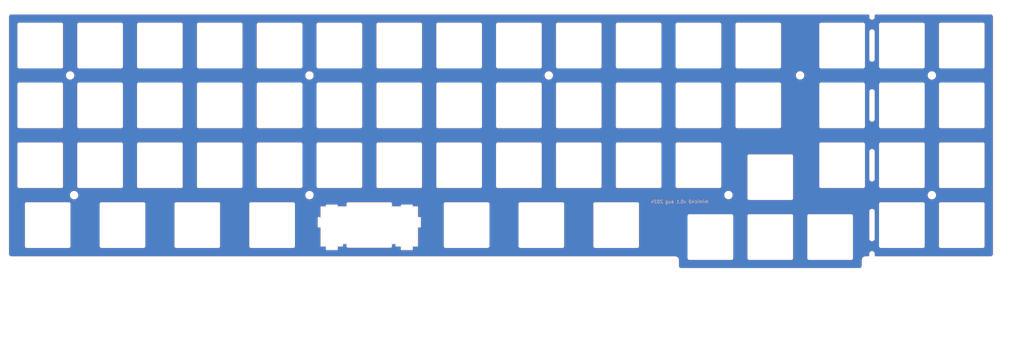
<source format=kicad_pcb>
(kicad_pcb (version 20240108) (generator "pcbnew") (generator_version "8.0")
  (layers (0 "F.Cu" signal) (31 "B.Cu" signal) (34 "B.Paste" user) (35 "F.Paste" user) (36 "B.SilkS" user "B.Silkscreen") (37 "F.SilkS" user "F.Silkscreen") (38 "B.Mask" user) (39 "F.Mask" user) (44 "Edge.Cuts" user))
  (net 0 "")
  (net 1 "GND")
  (footprint "kbd:1u_plate" (layer "F.Cu") (at 190.5 88.9 180)
    (property "Reference" "K7" (hide yes))
    (property "Value" "T" (hide yes))
    (fp_line (start 7 -6.7) (end 7 6.7) (stroke (width 0.05)) (layer "Edge.Cuts"))
    (fp_line (start 6.7 7) (end -6.7 7) (stroke (width 0.05)) (layer "Edge.Cuts"))
    (fp_line (start -6.7 -7) (end 6.7 -7) (stroke (width 0.05)) (layer "Edge.Cuts"))
    (fp_line (start -7 6.7) (end -7 -6.7) (stroke (width 0.05)) (layer "Edge.Cuts"))
    (fp_arc (start 7 6.7) (mid 6.912132 6.912132) (end 6.7 7) (stroke (width 0.05)) (layer "Edge.Cuts"))
    (fp_arc (start 6.7 -7) (mid 6.912132 -6.912132) (end 7 -6.7) (stroke (width 0.05)) (layer "Edge.Cuts"))
    (fp_arc (start -6.7 7) (mid -6.912132 6.912132) (end -7 6.7) (stroke (width 0.05)) (layer "Edge.Cuts"))
    (fp_arc (start -7 -6.7) (mid -6.912132 -6.912132) (end -6.7 -7) (stroke (width 0.05)) (layer "Edge.Cuts"))
  )
  (footprint "kbd:1u_plate" (layer "F.Cu") (at 369.57 127 180)
    (property "Reference" "K49" (hide yes))
    (property "Value" "8" (hide yes))
    (fp_line (start 7 -6.7) (end 7 6.7) (stroke (width 0.05)) (layer "Edge.Cuts"))
    (fp_line (start 6.7 7) (end -6.7 7) (stroke (width 0.05)) (layer "Edge.Cuts"))
    (fp_line (start -6.7 -7) (end 6.7 -7) (stroke (width 0.05)) (layer "Edge.Cuts"))
    (fp_line (start -7 6.7) (end -7 -6.7) (stroke (width 0.05)) (layer "Edge.Cuts"))
    (fp_arc (start 7 6.7) (mid 6.912132 6.912132) (end 6.7 7) (stroke (width 0.05)) (layer "Edge.Cuts"))
    (fp_arc (start 6.7 -7) (mid 6.912132 -6.912132) (end 7 -6.7) (stroke (width 0.05)) (layer "Edge.Cuts"))
    (fp_arc (start -6.7 7) (mid -6.912132 6.912132) (end -7 6.7) (stroke (width 0.05)) (layer "Edge.Cuts"))
    (fp_arc (start -7 -6.7) (mid -6.912132 -6.912132) (end -6.7 -7) (stroke (width 0.05)) (layer "Edge.Cuts"))
  )
  (footprint "kbd:1u_plate" (layer "F.Cu") (at 133.35 107.95 180)
    (property "Reference" "K21" (hide yes))
    (property "Value" "S" (hide yes))
    (fp_line (start 7 -6.7) (end 7 6.7) (stroke (width 0.05)) (layer "Edge.Cuts"))
    (fp_line (start 6.7 7) (end -6.7 7) (stroke (width 0.05)) (layer "Edge.Cuts"))
    (fp_line (start -6.7 -7) (end 6.7 -7) (stroke (width 0.05)) (layer "Edge.Cuts"))
    (fp_line (start -7 6.7) (end -7 -6.7) (stroke (width 0.05)) (layer "Edge.Cuts"))
    (fp_arc (start 7 6.7) (mid 6.912132 6.912132) (end 6.7 7) (stroke (width 0.05)) (layer "Edge.Cuts"))
    (fp_arc (start 6.7 -7) (mid 6.912132 -6.912132) (end 7 -6.7) (stroke (width 0.05)) (layer "Edge.Cuts"))
    (fp_arc (start -6.7 7) (mid -6.912132 6.912132) (end -7 6.7) (stroke (width 0.05)) (layer "Edge.Cuts"))
    (fp_arc (start -7 -6.7) (mid -6.912132 -6.912132) (end -6.7 -7) (stroke (width 0.05)) (layer "Edge.Cuts"))
  )
  (footprint "MountingHole:MountingHole_2.2mm_M2" (layer "F.Cu") (at 85.725 98.425)
    (property "Reference" "H1" (hide yes))
    (property "Value" "MountingHole")
    (pad "" np_thru_hole circle (at 0 0) (size 2.2 2.2) (drill 2.2) (layers "F&B.Cu" "*.Mask"))
  )
  (footprint "kbd:1u_plate" (layer "F.Cu") (at 327.66 149.86 180)
    (property "Reference" "K64" (hide yes))
    (property "Value" "&darr;" (hide yes))
    (fp_line (start 7 -6.7) (end 7 6.7) (stroke (width 0.05)) (layer "Edge.Cuts"))
    (fp_line (start 6.7 7) (end -6.7 7) (stroke (width 0.05)) (layer "Edge.Cuts"))
    (fp_line (start -6.7 -7) (end 6.7 -7) (stroke (width 0.05)) (layer "Edge.Cuts"))
    (fp_line (start -7 6.7) (end -7 -6.7) (stroke (width 0.05)) (layer "Edge.Cuts"))
    (fp_arc (start 7 6.7) (mid 6.912132 6.912132) (end 6.7 7) (stroke (width 0.05)) (layer "Edge.Cuts"))
    (fp_arc (start 6.7 -7) (mid 6.912132 -6.912132) (end 7 -6.7) (stroke (width 0.05)) (layer "Edge.Cuts"))
    (fp_arc (start -6.7 7) (mid -6.912132 6.912132) (end -7 6.7) (stroke (width 0.05)) (layer "Edge.Cuts"))
    (fp_arc (start -7 -6.7) (mid -6.912132 -6.912132) (end -6.7 -7) (stroke (width 0.05)) (layer "Edge.Cuts"))
  )
  (footprint "kbd:1u_plate" (layer "F.Cu") (at 133.35 127 180)
    (property "Reference" "K38" (hide yes))
    (property "Value" "X" (hide yes))
    (fp_line (start 7 -6.7) (end 7 6.7) (stroke (width 0.05)) (layer "Edge.Cuts"))
    (fp_line (start 6.7 7) (end -6.7 7) (stroke (width 0.05)) (layer "Edge.Cuts"))
    (fp_line (start -6.7 -7) (end 6.7 -7) (stroke (width 0.05)) (layer "Edge.Cuts"))
    (fp_line (start -7 6.7) (end -7 -6.7) (stroke (width 0.05)) (layer "Edge.Cuts"))
    (fp_arc (start 7 6.7) (mid 6.912132 6.912132) (end 6.7 7) (stroke (width 0.05)) (layer "Edge.Cuts"))
    (fp_arc (start 6.7 -7) (mid 6.912132 -6.912132) (end 7 -6.7) (stroke (width 0.05)) (layer "Edge.Cuts"))
    (fp_arc (start -6.7 7) (mid -6.912132 6.912132) (end -7 6.7) (stroke (width 0.05)) (layer "Edge.Cuts"))
    (fp_arc (start -7 -6.7) (mid -6.912132 -6.912132) (end -6.7 -7) (stroke (width 0.05)) (layer "Edge.Cuts"))
  )
  (footprint "kbd:1u_plate" (layer "F.Cu") (at 350.52 146.05 180)
    (property "Reference" "K60" (hide yes))
    (property "Value" "0" (hide yes))
    (fp_line (start 7 -6.7) (end 7 6.7) (stroke (width 0.05)) (layer "Edge.Cuts"))
    (fp_line (start 6.7 7) (end -6.7 7) (stroke (width 0.05)) (layer "Edge.Cuts"))
    (fp_line (start -6.7 -7) (end 6.7 -7) (stroke (width 0.05)) (layer "Edge.Cuts"))
    (fp_line (start -7 6.7) (end -7 -6.7) (stroke (width 0.05)) (layer "Edge.Cuts"))
    (fp_arc (start 7 6.7) (mid 6.912132 6.912132) (end 6.7 7) (stroke (width 0.05)) (layer "Edge.Cuts"))
    (fp_arc (start 6.7 -7) (mid 6.912132 -6.912132) (end 7 -6.7) (stroke (width 0.05)) (layer "Edge.Cuts"))
    (fp_arc (start -6.7 7) (mid -6.912132 6.912132) (end -7 6.7) (stroke (width 0.05)) (layer "Edge.Cuts"))
    (fp_arc (start -7 -6.7) (mid -6.912132 -6.912132) (end -6.7 -7) (stroke (width 0.05)) (layer "Edge.Cuts"))
  )
  (footprint "kbd:1u_plate" (layer "F.Cu") (at 126.20625 146.05 180)
    (property "Reference" "K54" (hide yes))
    (property "Value" "Alt" (hide yes))
    (fp_line (start 7 -6.7) (end 7 6.7) (stroke (width 0.05)) (layer "Edge.Cuts"))
    (fp_line (start 6.7 7) (end -6.7 7) (stroke (width 0.05)) (layer "Edge.Cuts"))
    (fp_line (start -6.7 -7) (end 6.7 -7) (stroke (width 0.05)) (layer "Edge.Cuts"))
    (fp_line (start -7 6.7) (end -7 -6.7) (stroke (width 0.05)) (layer "Edge.Cuts"))
    (fp_arc (start 7 6.7) (mid 6.912132 6.912132) (end 6.7 7) (stroke (width 0.05)) (layer "Edge.Cuts"))
    (fp_arc (start 6.7 -7) (mid 6.912132 -6.912132) (end 7 -6.7) (stroke (width 0.05)) (layer "Edge.Cuts"))
    (fp_arc (start -6.7 7) (mid -6.912132 6.912132) (end -7 6.7) (stroke (width 0.05)) (layer "Edge.Cuts"))
    (fp_arc (start -7 -6.7) (mid -6.912132 -6.912132) (end -6.7 -7) (stroke (width 0.05)) (layer "Edge.Cuts"))
  )
  (footprint "kbd:1u_plate" (layer "F.Cu") (at 102.39375 146.05 180)
    (property "Reference" "K53" (hide yes))
    (property "Value" "Ctrl" (hide yes))
    (fp_line (start 7 -6.7) (end 7 6.7) (stroke (width 0.05)) (layer "Edge.Cuts"))
    (fp_line (start 6.7 7) (end -6.7 7) (stroke (width 0.05)) (layer "Edge.Cuts"))
    (fp_line (start -6.7 -7) (end 6.7 -7) (stroke (width 0.05)) (layer "Edge.Cuts"))
    (fp_line (start -7 6.7) (end -7 -6.7) (stroke (width 0.05)) (layer "Edge.Cuts"))
    (fp_arc (start 7 6.7) (mid 6.912132 6.912132) (end 6.7 7) (stroke (width 0.05)) (layer "Edge.Cuts"))
    (fp_arc (start 6.7 -7) (mid 6.912132 -6.912132) (end 7 -6.7) (stroke (width 0.05)) (layer "Edge.Cuts"))
    (fp_arc (start -6.7 7) (mid -6.912132 6.912132) (end -7 6.7) (stroke (width 0.05)) (layer "Edge.Cuts"))
    (fp_arc (start -7 -6.7) (mid -6.912132 -6.912132) (end -6.7 -7) (stroke (width 0.05)) (layer "Edge.Cuts"))
  )
  (footprint "kbd:1u_plate" (layer "F.Cu") (at 114.3 107.95 180)
    (property "Reference" "K20" (hide yes))
    (property "Value" "A" (hide yes))
    (fp_line (start 7 -6.7) (end 7 6.7) (stroke (width 0.05)) (layer "Edge.Cuts"))
    (fp_line (start 6.7 7) (end -6.7 7) (stroke (width 0.05)) (layer "Edge.Cuts"))
    (fp_line (start -6.7 -7) (end 6.7 -7) (stroke (width 0.05)) (layer "Edge.Cuts"))
    (fp_line (start -7 6.7) (end -7 -6.7) (stroke (width 0.05)) (layer "Edge.Cuts"))
    (fp_arc (start 7 6.7) (mid 6.912132 6.912132) (end 6.7 7) (stroke (width 0.05)) (layer "Edge.Cuts"))
    (fp_arc (start 6.7 -7) (mid 6.912132 -6.912132) (end 7 -6.7) (stroke (width 0.05)) (layer "Edge.Cuts"))
    (fp_arc (start -6.7 7) (mid -6.912132 6.912132) (end -7 6.7) (stroke (width 0.05)) (layer "Edge.Cuts"))
    (fp_arc (start -7 -6.7) (mid -6.912132 -6.912132) (end -6.7 -7) (stroke (width 0.05)) (layer "Edge.Cuts"))
  )
  (footprint "kbd:1u_plate" (layer "F.Cu") (at 228.6 127 180)
    (property "Reference" "K43" (hide yes))
    (property "Value" "M" (hide yes))
    (fp_line (start 7 -6.7) (end 7 6.7) (stroke (width 0.05)) (layer "Edge.Cuts"))
    (fp_line (start 6.7 7) (end -6.7 7) (stroke (width 0.05)) (layer "Edge.Cuts"))
    (fp_line (start -6.7 -7) (end 6.7 -7) (stroke (width 0.05)) (layer "Edge.Cuts"))
    (fp_line (start -7 6.7) (end -7 -6.7) (stroke (width 0.05)) (layer "Edge.Cuts"))
    (fp_arc (start 7 6.7) (mid 6.912132 6.912132) (end 6.7 7) (stroke (width 0.05)) (layer "Edge.Cuts"))
    (fp_arc (start 6.7 -7) (mid 6.912132 -6.912132) (end 7 -6.7) (stroke (width 0.05)) (layer "Edge.Cuts"))
    (fp_arc (start -6.7 7) (mid -6.912132 6.912132) (end -7 6.7) (stroke (width 0.05)) (layer "Edge.Cuts"))
    (fp_arc (start -7 -6.7) (mid -6.912132 -6.912132) (end -6.7 -7) (stroke (width 0.05)) (layer "Edge.Cuts"))
  )
  (footprint "kbd:1u_plate" (layer "F.Cu") (at 190.5 127 180)
    (property "Reference" "K41" (hide yes))
    (property "Value" "B" (hide yes))
    (fp_line (start 7 -6.7) (end 7 6.7) (stroke (width 0.05)) (layer "Edge.Cuts"))
    (fp_line (start 6.7 7) (end -6.7 7) (stroke (width 0.05)) (layer "Edge.Cuts"))
    (fp_line (start -6.7 -7) (end 6.7 -7) (stroke (width 0.05)) (layer "Edge.Cuts"))
    (fp_line (start -7 6.7) (end -7 -6.7) (stroke (width 0.05)) (layer "Edge.Cuts"))
    (fp_arc (start 7 6.7) (mid 6.912132 6.912132) (end 6.7 7) (stroke (width 0.05)) (layer "Edge.Cuts"))
    (fp_arc (start 6.7 -7) (mid 6.912132 -6.912132) (end 7 -6.7) (stroke (width 0.05)) (layer "Edge.Cuts"))
    (fp_arc (start -6.7 7) (mid -6.912132 6.912132) (end -7 6.7) (stroke (width 0.05)) (layer "Edge.Cuts"))
    (fp_arc (start -7 -6.7) (mid -6.912132 -6.912132) (end -6.7 -7) (stroke (width 0.05)) (layer "Edge.Cuts"))
  )
  (footprint "kbd:1u_plate" (layer "F.Cu") (at 285.75 88.9 180)
    (property "Reference" "K12" (hide yes))
    (property "Value" "P" (hide yes))
    (fp_line (start 7 -6.7) (end 7 6.7) (stroke (width 0.05)) (layer "Edge.Cuts"))
    (fp_line (start 6.7 7) (end -6.7 7) (stroke (width 0.05)) (layer "Edge.Cuts"))
    (fp_line (start -6.7 -7) (end 6.7 -7) (stroke (width 0.05)) (layer "Edge.Cuts"))
    (fp_line (start -7 6.7) (end -7 -6.7) (stroke (width 0.05)) (layer "Edge.Cuts"))
    (fp_arc (start 7 6.7) (mid 6.912132 6.912132) (end 6.7 7) (stroke (width 0.05)) (layer "Edge.Cuts"))
    (fp_arc (start 6.7 -7) (mid 6.912132 -6.912132) (end 7 -6.7) (stroke (width 0.05)) (layer "Edge.Cuts"))
    (fp_arc (start -6.7 7) (mid -6.912132 6.912132) (end -7 6.7) (stroke (width 0.05)) (layer "Edge.Cuts"))
    (fp_arc (start -7 -6.7) (mid -6.912132 -6.912132) (end -6.7 -7) (stroke (width 0.05)) (layer "Edge.Cuts"))
  )
  (footprint "kbd:2u_plate_stab" (layer "F.Cu") (at 180.975 146.05)
    (property "Reference" "K56" (hide yes))
    (property "Value" "&dArr;" (hide yes))
    (fp_line (start -16.1694 -2.301) (end -15.2804 -2.301) (stroke (width 0.09)) (layer "Edge.Cuts"))
    (fp_line (start -16.1694 0.493) (end -16.1694 -2.301) (stroke (width 0.09)) (layer "Edge.Cuts"))
    (fp_line (start -15.2804 -5.7046) (end -13.604 -5.7046) (stroke (width 0.09)) (layer "Edge.Cuts"))
    (fp_line (start -15.2804 -2.301) (end -15.2804 -5.7046) (stroke (width 0.09)) (layer "Edge.Cuts"))
    (fp_line (start -15.2804 0.493) (end -16.1694 0.493) (stroke (width 0.09)) (layer "Edge.Cuts"))
    (fp_line (start -15.2804 6.589) (end -15.2804 0.493) (stroke (width 0.09)) (layer "Edge.Cuts"))
    (fp_line (start -13.604 -6.238) (end -10.302 -6.238) (stroke (width 0.09)) (layer "Edge.Cuts"))
    (fp_line (start -13.604 -5.7046) (end -13.604 -6.238) (stroke (width 0.09)) (layer "Edge.Cuts"))
    (fp_line (start -13.604 6.589) (end -15.2804 6.589) (stroke (width 0.09)) (layer "Edge.Cuts"))
    (fp_line (start -13.604 7.732) (end -13.604 6.589) (stroke (width 0.09)) (layer "Edge.Cuts"))
    (fp_line (start -10.302 -6.238) (end -10.302 -5.7046) (stroke (width 0.09)) (layer "Edge.Cuts"))
    (fp_line (start -10.302 -5.7046) (end -7 -5.7046) (stroke (width 0.09)) (layer "Edge.Cuts"))
    (fp_line (start -10.302 6.589001) (end -10.302 7.732001) (stroke (width 0.09)) (layer "Edge.Cuts"))
    (fp_line (start -10.302 7.732001) (end -13.604 7.732) (stroke (width 0.09)) (layer "Edge.Cuts"))
    (fp_line (start -8.6256 5.8016) (end -8.6256 6.589) (stroke (width 0.09)) (layer "Edge.Cuts"))
    (fp_line (start -8.6256 6.589) (end -10.302 6.589001) (stroke (width 0.09)) (layer "Edge.Cuts"))
    (fp_line (start -7 -5.7046) (end -7 -6.7) (stroke (width 0.09)) (layer "Edge.Cuts"))
    (fp_line (start -7 5.8016) (end -8.6256 5.8016) (stroke (width 0.09)) (layer "Edge.Cuts"))
    (fp_line (start -7 6.67) (end -7 5.8016) (stroke (width 0.09)) (layer "Edge.Cuts"))
    (fp_line (start -6.7 -7) (end 6.6699 -7) (stroke (width 0.09)) (layer "Edge.Cuts"))
    (fp_line (start 6.6699 6.97) (end -6.7 6.97) (stroke (width 0.09)) (layer "Edge.Cuts"))
    (fp_line (start 6.9699 -6.7) (end 6.9699 -5.7046) (stroke (width 0.09)) (layer "Edge.Cuts"))
    (fp_line (start 6.9699 -5.7046) (end 10.2719 -5.7046) (stroke (width 0.09)) (layer "Edge.Cuts"))
    (fp_line (start 6.9699 5.8016) (end 6.9699 6.67) (stroke (width 0.09)) (layer "Edge.Cuts"))
    (fp_line (start 8.5955 5.8016) (end 6.9699 5.8016) (stroke (width 0.09)) (layer "Edge.Cuts"))
    (fp_line (start 8.5955 6.589) (end 8.5955 5.8016) (stroke (width 0.09)) (layer "Edge.Cuts"))
    (fp_line (start 10.2719 -6.238) (end 13.5739 -6.238) (stroke (width 0.09)) (layer "Edge.Cuts"))
    (fp_line (start 10.2719 -5.7046) (end 10.2719 -6.238) (stroke (width 0.09)) (layer "Edge.Cuts"))
    (fp_line (start 10.271901 6.589) (end 8.5955 6.589) (stroke (width 0.09)) (layer "Edge.Cuts"))
    (fp_line (start 10.271901 7.732) (end 10.271901 6.589) (stroke (width 0.09)) (layer "Edge.Cuts"))
    (fp_line (start 13.5739 -6.238) (end 13.5739 -5.7046) (stroke (width 0.09)) (layer "Edge.Cuts"))
    (fp_line (start 13.5739 -5.7046) (end 15.2503 -5.7046) (stroke (width 0.09)) (layer "Edge.Cuts"))
    (fp_line (start 13.5739 6.589) (end 13.5739 7.732) (stroke (width 0.09)) (layer "Edge.Cuts"))
    (fp_line (start 13.5739 7.732) (end 10.271901 7.732) (stroke (width 0.09)) (layer "Edge.Cuts"))
    (fp_line (start 15.2503 -5.7046) (end 15.2503 -2.301) (stroke (width 0.09)) (layer "Edge.Cuts"))
    (fp_line (start 15.2503 -2.301) (end 16.1393 -2.301) (stroke (width 0.09)) (layer "Edge.Cuts"))
    (fp_line (start 15.2503 0.493) (end 15.2503 6.589) (stroke (width 0.09)) (layer "Edge.Cuts"))
    (fp_line (start 15.2503 6.589) (end 13.5739 6.589) (stroke (width 0.09)) (layer "Edge.Cuts"))
    (fp_line (start 16.1393 -2.301) (end 16.1393 0.493) (stroke (width 0.09)) (layer "Edge.Cuts"))
    (fp_line (start 16.1393 0.493) (end 15.2503 0.493) (stroke (width 0.09)) (layer "Edge.Cuts"))
    (fp_arc (start -7 -6.7) (mid -6.912132 -6.912132) (end -6.7 -7) (stroke (width 0.09)) (layer "Edge.Cuts"))
    (fp_arc (start -6.7 6.97) (mid -6.912132 6.882132) (end -7 6.67) (stroke (width 0.09)) (layer "Edge.Cuts"))
    (fp_arc (start 6.6699 -7) (mid 6.882032 -6.912132) (end 6.9699 -6.7) (stroke (width 0.09)) (layer "Edge.Cuts"))
    (fp_arc (start 6.9699 6.67) (mid 6.882032 6.882132) (end 6.6699 6.97) (stroke (width 0.09)) (layer "Edge.Cuts"))
  )
  (footprint "kbd:1u_plate" (layer "F.Cu") (at 266.7 127 180)
    (property "Reference" "K45" (hide yes))
    (property "Value" "." (hide yes))
    (fp_line (start 7 -6.7) (end 7 6.7) (stroke (width 0.05)) (layer "Edge.Cuts"))
    (fp_line (start 6.7 7) (end -6.7 7) (stroke (width 0.05)) (layer "Edge.Cuts"))
    (fp_line (start -6.7 -7) (end 6.7 -7) (stroke (width 0.05)) (layer "Edge.Cuts"))
    (fp_line (start -7 6.7) (end -7 -6.7) (stroke (width 0.05)) (layer "Edge.Cuts"))
    (fp_arc (start 7 6.7) (mid 6.912132 6.912132) (end 6.7 7) (stroke (width 0.05)) (layer "Edge.Cuts"))
    (fp_arc (start 6.7 -7) (mid 6.912132 -6.912132) (end 7 -6.7) (stroke (width 0.05)) (layer "Edge.Cuts"))
    (fp_arc (start -6.7 7) (mid -6.912132 6.912132) (end -7 6.7) (stroke (width 0.05)) (layer "Edge.Cuts"))
    (fp_arc (start -7 -6.7) (mid -6.912132 -6.912132) (end -6.7 -7) (stroke (width 0.05)) (layer "Edge.Cuts"))
  )
  (footprint "kbd:1u_plate" (layer "F.Cu") (at 285.75 107.95 180)
    (property "Reference" "K29" (hide yes))
    (property "Value" ";" (hide yes))
    (fp_line (start 7 -6.7) (end 7 6.7) (stroke (width 0.05)) (layer "Edge.Cuts"))
    (fp_line (start 6.7 7) (end -6.7 7) (stroke (width 0.05)) (layer "Edge.Cuts"))
    (fp_line (start -6.7 -7) (end 6.7 -7) (stroke (width 0.05)) (layer "Edge.Cuts"))
    (fp_line (start -7 6.7) (end -7 -6.7) (stroke (width 0.05)) (layer "Edge.Cuts"))
    (fp_arc (start 7 6.7) (mid 6.912132 6.912132) (end 6.7 7) (stroke (width 0.05)) (layer "Edge.Cuts"))
    (fp_arc (start 6.7 -7) (mid 6.912132 -6.912132) (end 7 -6.7) (stroke (width 0.05)) (layer "Edge.Cuts"))
    (fp_arc (start -6.7 7) (mid -6.912132 6.912132) (end -7 6.7) (stroke (width 0.05)) (layer "Edge.Cuts"))
    (fp_arc (start -7 -6.7) (mid -6.912132 -6.912132) (end -6.7 -7) (stroke (width 0.05)) (layer "Edge.Cuts"))
  )
  (footprint "kbd:1u_plate" (layer "F.Cu") (at 259.55625 146.05 180)
    (property "Reference" "K59" (hide yes))
    (property "Value" "Alt" (hide yes))
    (fp_line (start 7 -6.7) (end 7 6.7) (stroke (width 0.05)) (layer "Edge.Cuts"))
    (fp_line (start 6.7 7) (end -6.7 7) (stroke (width 0.05)) (layer "Edge.Cuts"))
    (fp_line (start -6.7 -7) (end 6.7 -7) (stroke (width 0.05)) (layer "Edge.Cuts"))
    (fp_line (start -7 6.7) (end -7 -6.7) (stroke (width 0.05)) (layer "Edge.Cuts"))
    (fp_arc (start 7 6.7) (mid 6.912132 6.912132) (end 6.7 7) (stroke (width 0.05)) (layer "Edge.Cuts"))
    (fp_arc (start 6.7 -7) (mid 6.912132 -6.912132) (end 7 -6.7) (stroke (width 0.05)) (layer "Edge.Cuts"))
    (fp_arc (start -6.7 7) (mid -6.912132 6.912132) (end -7 6.7) (stroke (width 0.05)) (layer "Edge.Cuts"))
    (fp_arc (start -7 -6.7) (mid -6.912132 -6.912132) (end -6.7 -7) (stroke (width 0.05)) (layer "Edge.Cuts"))
  )
  (footprint "kbd:1u_plate" (layer "F.Cu") (at 152.4 127 180)
    (property "Reference" "K39" (hide yes))
    (property "Value" "C" (hide yes))
    (fp_line (start 7 -6.7) (end 7 6.7) (stroke (width 0.05)) (layer "Edge.Cuts"))
    (fp_line (start 6.7 7) (end -6.7 7) (stroke (width 0.05)) (layer "Edge.Cuts"))
    (fp_line (start -6.7 -7) (end 6.7 -7) (stroke (width 0.05)) (layer "Edge.Cuts"))
    (fp_line (start -7 6.7) (end -7 -6.7) (stroke (width 0.05)) (layer "Edge.Cuts"))
    (fp_arc (start 7 6.7) (mid 6.912132 6.912132) (end 6.7 7) (stroke (width 0.05)) (layer "Edge.Cuts"))
    (fp_arc (start 6.7 -7) (mid 6.912132 -6.912132) (end 7 -6.7) (stroke (width 0.05)) (layer "Edge.Cuts"))
    (fp_arc (start -6.7 7) (mid -6.912132 6.912132) (end -7 6.7) (stroke (width 0.05)) (layer "Edge.Cuts"))
    (fp_arc (start -7 -6.7) (mid -6.912132 -6.912132) (end -6.7 -7) (stroke (width 0.05)) (layer "Edge.Cuts"))
  )
  (footprint "kbd:1u_plate" (layer "F.Cu") (at 331.47 107.95 180)
    (property "Reference" "K31" (hide yes))
    (property "Value" "Return" (hide yes))
    (fp_line (start 7 -6.7) (end 7 6.7) (stroke (width 0.05)) (layer "Edge.Cuts"))
    (fp_line (start 6.7 7) (end -6.7 7) (stroke (width 0.05)) (layer "Edge.Cuts"))
    (fp_line (start -6.7 -7) (end 6.7 -7) (stroke (width 0.05)) (layer "Edge.Cuts"))
    (fp_line (start -7 6.7) (end -7 -6.7) (stroke (width 0.05)) (layer "Edge.Cuts"))
    (fp_arc (start 7 6.7) (mid 6.912132 6.912132) (end 6.7 7) (stroke (width 0.05)) (layer "Edge.Cuts"))
    (fp_arc (start 6.7 -7) (mid 6.912132 -6.912132) (end 7 -6.7) (stroke (width 0.05)) (layer "Edge.Cuts"))
    (fp_arc (start -6.7 7) (mid -6.912132 6.912132) (end -7 6.7) (stroke (width 0.05)) (layer "Edge.Cuts"))
    (fp_arc (start -7 -6.7) (mid -6.912132 -6.912132) (end -6.7 -7) (stroke (width 0.05)) (layer "Edge.Cuts"))
  )
  (footprint "kbd:1u_plate" (layer "F.Cu") (at 266.7 107.95 180)
    (property "Reference" "K28" (hide yes))
    (property "Value" "L" (hide yes))
    (fp_line (start 7 -6.7) (end 7 6.7) (stroke (width 0.05)) (layer "Edge.Cuts"))
    (fp_line (start 6.7 7) (end -6.7 7) (stroke (width 0.05)) (layer "Edge.Cuts"))
    (fp_line (start -6.7 -7) (end 6.7 -7) (stroke (width 0.05)) (layer "Edge.Cuts"))
    (fp_line (start -7 6.7) (end -7 -6.7) (stroke (width 0.05)) (layer "Edge.Cuts"))
    (fp_arc (start 7 6.7) (mid 6.912132 6.912132) (end 6.7 7) (stroke (width 0.05)) (layer "Edge.Cuts"))
    (fp_arc (start 6.7 -7) (mid 6.912132 -6.912132) (end 7 -6.7) (stroke (width 0.05)) (layer "Edge.Cuts"))
    (fp_arc (start -6.7 7) (mid -6.912132 6.912132) (end -7 6.7) (stroke (width 0.05)) (layer "Edge.Cuts"))
    (fp_arc (start -7 -6.7) (mid -6.912132 -6.912132) (end -6.7 -7) (stroke (width 0.05)) (layer "Edge.Cuts"))
  )
  (footprint "MountingHole:MountingHole_2.2mm_M2" (layer "F.Cu") (at 360.045 98.425)
    (property "Reference" "H4" (hide yes))
    (property "Value" "MountingHole")
    (pad "" np_thru_hole circle (at 0 0) (size 2.2 2.2) (drill 2.2) (layers "F&B.Cu" "*.Mask"))
  )
  (footprint "kbd:1u_plate" (layer "F.Cu") (at 350.52 127 180)
    (property "Reference" "K48" (hide yes))
    (property "Value" "7" (hide yes))
    (fp_line (start 7 -6.7) (end 7 6.7) (stroke (width 0.05)) (layer "Edge.Cuts"))
    (fp_line (start 6.7 7) (end -6.7 7) (stroke (width 0.05)) (layer "Edge.Cuts"))
    (fp_line (start -6.7 -7) (end 6.7 -7) (stroke (width 0.05)) (layer "Edge.Cuts"))
    (fp_line (start -7 6.7) (end -7 -6.7) (stroke (width 0.05)) (layer "Edge.Cuts"))
    (fp_arc (start 7 6.7) (mid 6.912132 6.912132) (end 6.7 7) (stroke (width 0.05)) (layer "Edge.Cuts"))
    (fp_arc (start 6.7 -7) (mid 6.912132 -6.912132) (end 7 -6.7) (stroke (width 0.05)) (layer "Edge.Cuts"))
    (fp_arc (start -6.7 7) (mid -6.912132 6.912132) (end -7 6.7) (stroke (width 0.05)) (layer "Edge.Cuts"))
    (fp_arc (start -7 -6.7) (mid -6.912132 -6.912132) (end -6.7 -7) (stroke (width 0.05)) (layer "Edge.Cuts"))
  )
  (footprint "kbd:1u_plate" (layer "F.Cu") (at 114.3 88.9 180)
    (property "Reference" "K3" (hide yes))
    (property "Value" "Q" (hide yes))
    (fp_line (start 7 -6.7) (end 7 6.7) (stroke (width 0.05)) (layer "Edge.Cuts"))
    (fp_line (start 6.7 7) (end -6.7 7) (stroke (width 0.05)) (layer "Edge.Cuts"))
    (fp_line (start -6.7 -7) (end 6.7 -7) (stroke (width 0.05)) (layer "Edge.Cuts"))
    (fp_line (start -7 6.7) (end -7 -6.7) (stroke (width 0.05)) (layer "Edge.Cuts"))
    (fp_arc (start 7 6.7) (mid 6.912132 6.912132) (end 6.7 7) (stroke (width 0.05)) (layer "Edge.Cuts"))
    (fp_arc (start 6.7 -7) (mid 6.912132 -6.912132) (end 7 -6.7) (stroke (width 0.05)) (layer "Edge.Cuts"))
    (fp_arc (start -6.7 7) (mid -6.912132 6.912132) (end -7 6.7) (stroke (width 0.05)) (layer "Edge.Cuts"))
    (fp_arc (start -7 -6.7) (mid -6.912132 -6.912132) (end -6.7 -7) (stroke (width 0.05)) (layer "Edge.Cuts"))
  )
  (footprint "kbd:1u_plate" (layer "F.Cu") (at 150.01875 146.05 180)
    (property "Reference" "K55" (hide yes))
    (property "Value" "Super" (hide yes))
    (fp_line (start 7 -6.7) (end 7 6.7) (stroke (width 0.05)) (layer "Edge.Cuts"))
    (fp_line (start 6.7 7) (end -6.7 7) (stroke (width 0.05)) (layer "Edge.Cuts"))
    (fp_line (start -6.7 -7) (end 6.7 -7) (stroke (width 0.05)) (layer "Edge.Cuts"))
    (fp_line (start -7 6.7) (end -7 -6.7) (stroke (width 0.05)) (layer "Edge.Cuts"))
    (fp_arc (start 7 6.7) (mid 6.912132 6.912132) (end 6.7 7) (stroke (width 0.05)) (layer "Edge.Cuts"))
    (fp_arc (start 6.7 -7) (mid 6.912132 -6.912132) (end 7 -6.7) (stroke (width 0.05)) (layer "Edge.Cuts"))
    (fp_arc (start -6.7 7) (mid -6.912132 6.912132) (end -7 6.7) (stroke (width 0.05)) (layer "Edge.Cuts"))
    (fp_arc (start -7 -6.7) (mid -6.912132 -6.912132) (end -6.7 -7) (stroke (width 0.05)) (layer "Edge.Cuts"))
  )
  (footprint "kbd:1u_plate" (layer "F.Cu") (at 331.47 88.9 180)
    (property "Reference" "K14" (hide yes))
    (property "Value" "Delete" (hide yes))
    (fp_line (start 7 -6.7) (end 7 6.7) (stroke (width 0.05)) (layer "Edge.Cuts"))
    (fp_line (start 6.7 7) (end -6.7 7) (stroke (width 0.05)) (layer "Edge.Cuts"))
    (fp_line (start -6.7 -7) (end 6.7 -7) (stroke (width 0.05)) (layer "Edge.Cuts"))
    (fp_line (start -7 6.7) (end -7 -6.7) (stroke (width 0.05)) (layer "Edge.Cuts"))
    (fp_arc (start 7 6.7) (mid 6.912132 6.912132) (end 6.7 7) (stroke (width 0.05)) (layer "Edge.Cuts"))
    (fp_arc (start 6.7 -7) (mid 6.912132 -6.912132) (end 7 -6.7) (stroke (width 0.05)) (layer "Edge.Cuts"))
    (fp_arc (start -6.7 7) (mid -6.912132 6.912132) (end -7 6.7) (stroke (width 0.05)) (layer "Edge.Cuts"))
    (fp_arc (start -7 -6.7) (mid -6.912132 -6.912132) (end -6.7 -7) (stroke (width 0.05)) (layer "Edge.Cuts"))
  )
  (footprint "kbd:1u_plate" (layer "F.Cu") (at 308.61 130.81 180)
    (property "Reference" "K50" (hide yes))
    (property "Value" "9" (hide yes))
    (fp_line (start 7 -6.7) (end 7 6.7) (stroke (width 0.05)) (layer "Edge.Cuts"))
    (fp_line (start 6.7 7) (end -6.7 7) (stroke (width 0.05)) (layer "Edge.Cuts"))
    (fp_line (start -6.7 -7) (end 6.7 -7) (stroke (width 0.05)) (layer "Edge.Cuts"))
    (fp_line (start -7 6.7) (end -7 -6.7) (stroke (width 0.05)) (layer "Edge.Cuts"))
    (fp_arc (start 7 6.7) (mid 6.912132 6.912132) (end 6.7 7) (stroke (width 0.05)) (layer "Edge.Cuts"))
    (fp_arc (start 6.7 -7) (mid 6.912132 -6.912132) (end 7 -6.7) (stroke (width 0.05)) (layer "Edge.Cuts"))
    (fp_arc (start -6.7 7) (mid -6.912132 6.912132) (end -7 6.7) (stroke (width 0.05)) (layer "Edge.Cuts"))
    (fp_arc (start -7 -6.7) (mid -6.912132 -6.912132) (end -6.7 -7) (stroke (width 0.05)) (layer "Edge.Cuts"))
  )
  (footprint "kbd:1u_plate" (layer "F.Cu") (at 331.47 127 180)
    (property "Reference" "K47" (hide yes))
    (property "Value" "Shift" (hide yes))
    (fp_line (start 7 -6.7) (end 7 6.7) (stroke (width 0.05)) (layer "Edge.Cuts"))
    (fp_line (start 6.7 7) (end -6.7 7) (stroke (width 0.05)) (layer "Edge.Cuts"))
    (fp_line (start -6.7 -7) (end 6.7 -7) (stroke (width 0.05)) (layer "Edge.Cuts"))
    (fp_line (start -7 6.7) (end -7 -6.7) (stroke (width 0.05)) (layer "Edge.Cuts"))
    (fp_arc (start 7 6.7) (mid 6.912132 6.912132) (end 6.7 7) (stroke (width 0.05)) (layer "Edge.Cuts"))
    (fp_arc (start 6.7 -7) (mid 6.912132 -6.912132) (end 7 -6.7) (stroke (width 0.05)) (layer "Edge.Cuts"))
    (fp_arc (start -6.7 7) (mid -6.912132 6.912132) (end -7 6.7) (stroke (width 0.05)) (layer "Edge.Cuts"))
    (fp_arc (start -7 -6.7) (mid -6.912132 -6.912132) (end -6.7 -7) (stroke (width 0.05)) (layer "Edge.Cuts"))
  )
  (footprint "kbd:1u_plate" (layer "F.Cu") (at 350.52 88.9 180)
    (property "Reference" "K15" (hide yes))
    (property "Value" "1" (hide yes))
    (fp_line (start 7 -6.7) (end 7 6.7) (stroke (width 0.05)) (layer "Edge.Cuts"))
    (fp_line (start 6.7 7) (end -6.7 7) (stroke (width 0.05)) (layer "Edge.Cuts"))
    (fp_line (start -6.7 -7) (end 6.7 -7) (stroke (width 0.05)) (layer "Edge.Cuts"))
    (fp_line (start -7 6.7) (end -7 -6.7) (stroke (width 0.05)) (layer "Edge.Cuts"))
    (fp_arc (start 7 6.7) (mid 6.912132 6.912132) (end 6.7 7) (stroke (width 0.05)) (layer "Edge.Cuts"))
    (fp_arc (start 6.7 -7) (mid 6.912132 -6.912132) (end 7 -6.7) (stroke (width 0.05)) (layer "Edge.Cuts"))
    (fp_arc (start -6.7 7) (mid -6.912132 6.912132) (end -7 6.7) (stroke (width 0.05)) (layer "Edge.Cuts"))
    (fp_arc (start -7 -6.7) (mid -6.912132 -6.912132) (end -6.7 -7) (stroke (width 0.05)) (layer "Edge.Cuts"))
  )
  (footprint "MountingHole:MountingHole_2.2mm_M2" (layer "F.Cu") (at 161.925 136.525)
    (property "Reference" "H5" (hide yes))
    (property "Value" "MountingHole")
    (pad "" np_thru_hole circle (at 0 0) (size 2.2 2.2) (drill 2.2) (layers "F&B.Cu" "*.Mask"))
  )
  (footprint "kbd:1u_plate" (layer "F.Cu") (at 95.25 107.95 180)
    (property "Reference" "K19" (hide yes))
    (property "Value" "Esc" (hide yes))
    (fp_line (start 7 -6.7) (end 7 6.7) (stroke (width 0.05)) (layer "Edge.Cuts"))
    (fp_line (start 6.7 7) (end -6.7 7) (stroke (width 0.05)) (layer "Edge.Cuts"))
    (fp_line (start -6.7 -7) (end 6.7 -7) (stroke (width 0.05)) (layer "Edge.Cuts"))
    (fp_line (start -7 6.7) (end -7 -6.7) (stroke (width 0.05)) (layer "Edge.Cuts"))
    (fp_arc (start 7 6.7) (mid 6.912132 6.912132) (end 6.7 7) (stroke (width 0.05)) (layer "Edge.Cuts"))
    (fp_arc (start 6.7 -7) (mid 6.912132 -6.912132) (end 7 -6.7) (stroke (width 0.05)) (layer "Edge.Cuts"))
    (fp_arc (start -6.7 7) (mid -6.912132 6.912132) (end -7 6.7) (stroke (width 0.05)) (layer "Edge.Cuts"))
    (fp_arc (start -7 -6.7) (mid -6.912132 -6.912132) (end -6.7 -7) (stroke (width 0.05)) (layer "Edge.Cuts"))
  )
  (footprint "kbd:1u_plate" (layer "F.Cu") (at 247.65 127 180)
    (property "Reference" "K44" (hide yes))
    (property "Value" "," (hide yes))
    (fp_line (start 7 -6.7) (end 7 6.7) (stroke (width 0.05)) (layer "Edge.Cuts"))
    (fp_line (start 6.7 7) (end -6.7 7) (stroke (width 0.05)) (layer "Edge.Cuts"))
    (fp_line (start -6.7 -7) (end 6.7 -7) (stroke (width 0.05)) (layer "Edge.Cuts"))
    (fp_line (start -7 6.7) (end -7 -6.7) (stroke (width 0.05)) (layer "Edge.Cuts"))
    (fp_arc (start 7 6.7) (mid 6.912132 6.912132) (end 6.7 7) (stroke (width 0.05)) (layer "Edge.Cuts"))
    (fp_arc (start 6.7 -7) (mid 6.912132 -6.912132) (end 7 -6.7) (stroke (width 0.05)) (layer "Edge.Cuts"))
    (fp_arc (start -6.7 7) (mid -6.912132 6.912132) (end -7 6.7) (stroke (width 0.05)) (layer "Edge.Cuts"))
    (fp_arc (start -7 -6.7) (mid -6.912132 -6.912132) (end -6.7 -7) (stroke (width 0.05)) (layer "Edge.Cuts"))
  )
  (footprint "MountingHole:MountingHole_2.2mm_M2" (layer "F.Cu") (at 161.925 98.425)
    (property "Reference" "H7" (hide yes))
    (property "Value" "MountingHole")
    (pad "" np_thru_hole circle (at 0 0) (size 2.2 2.2) (drill 2.2) (layers "F&B.Cu" "*.Mask"))
  )
  (footprint "kbd:1u_plate" (layer "F.Cu") (at 76.2 127 180)
    (property "Reference" "K35" (hide yes))
    (property "Value" "Vol +" (hide yes))
    (fp_line (start 7 -6.7) (end 7 6.7) (stroke (width 0.05)) (layer "Edge.Cuts"))
    (fp_line (start 6.7 7) (end -6.7 7) (stroke (width 0.05)) (layer "Edge.Cuts"))
    (fp_line (start -6.7 -7) (end 6.7 -7) (stroke (width 0.05)) (layer "Edge.Cuts"))
    (fp_line (start -7 6.7) (end -7 -6.7) (stroke (width 0.05)) (layer "Edge.Cuts"))
    (fp_arc (start 7 6.7) (mid 6.912132 6.912132) (end 6.7 7) (stroke (width 0.05)) (layer "Edge.Cuts"))
    (fp_arc (start 6.7 -7) (mid 6.912132 -6.912132) (end 7 -6.7) (stroke (width 0.05)) (layer "Edge.Cuts"))
    (fp_arc (start -6.7 7) (mid -6.912132 6.912132) (end -7 6.7) (stroke (width 0.05)) (layer "Edge.Cuts"))
    (fp_arc (start -7 -6.7) (mid -6.912132 -6.912132) (end -6.7 -7) (stroke (width 0.05)) (layer "Edge.Cuts"))
  )
  (footprint "kbd:1u_plate" (layer "F.Cu") (at 247.65 107.95 180)
    (property "Reference" "K27" (hide yes))
    (property "Value" "K" (hide yes))
    (fp_line (start 7 -6.7) (end 7 6.7) (stroke (width 0.05)) (layer "Edge.Cuts"))
    (fp_line (start 6.7 7) (end -6.7 7) (stroke (width 0.05)) (layer "Edge.Cuts"))
    (fp_line (start -6.7 -7) (end 6.7 -7) (stroke (width 0.05)) (layer "Edge.Cuts"))
    (fp_line (start -7 6.7) (end -7 -6.7) (stroke (width 0.05)) (layer "Edge.Cuts"))
    (fp_arc (start 7 6.7) (mid 6.912132 6.912132) (end 6.7 7) (stroke (width 0.05)) (layer "Edge.Cuts"))
    (fp_arc (start 6.7 -7) (mid 6.912132 -6.912132) (end 7 -6.7) (stroke (width 0.05)) (layer "Edge.Cuts"))
    (fp_arc (start -6.7 7) (mid -6.912132 6.912132) (end -7 6.7) (stroke (width 0.05)) (layer "Edge.Cuts"))
    (fp_arc (start -7 -6.7) (mid -6.912132 -6.912132) (end -6.7 -7) (stroke (width 0.05)) (layer "Edge.Cuts"))
  )
  (footprint "kbd:1u_plate" (layer "F.Cu") (at 209.55 127 180)
    (property "Reference" "K42" (hide yes))
    (property "Value" "N" (hide yes))
    (fp_line (start 7 -6.7) (end 7 6.7) (stroke (width 0.05)) (layer "Edge.Cuts"))
    (fp_line (start 6.7 7) (end -6.7 7) (stroke (width 0.05)) (layer "Edge.Cuts"))
    (fp_line (start -6.7 -7) (end 6.7 -7) (stroke (width 0.05)) (layer "Edge.Cuts"))
    (fp_line (start -7 6.7) (end -7 -6.7) (stroke (width 0.05)) (layer "Edge.Cuts"))
    (fp_arc (start 7 6.7) (mid 6.912132 6.912132) (end 6.7 7) (stroke (width 0.05)) (layer "Edge.Cuts"))
    (fp_arc (start 6.7 -7) (mid 6.912132 -6.912132) (end 7 -6.7) (stroke (width 0.05)) (layer "Edge.Cuts"))
    (fp_arc (start -6.7 7) (mid -6.912132 6.912132) (end -7 6.7) (stroke (width 0.05)) (layer "Edge.Cuts"))
    (fp_arc (start -7 -6.7) (mid -6.912132 -6.912132) (end -6.7 -7) (stroke (width 0.05)) (layer "Edge.Cuts"))
  )
  (footprint "MountingHole:MountingHole_2.2mm_M2" (layer "F.Cu") (at 318.1 98.4)
    (property "Reference" "H9" (hide yes))
    (property "Value" "MountingHole")
    (pad "" np_thru_hole circle (at 0 0) (size 2.2 2.2) (drill 2.2) (layers "F&B.Cu" "*.Mask"))
  )
  (footprint "kbd:1u_plate" (layer "F.Cu") (at 95.25 127 180)
    (property "Reference" "K36" (hide yes))
    (property "Value" "Shift" (hide yes))
    (fp_line (start 7 -6.7) (end 7 6.7) (stroke (width 0.05)) (layer "Edge.Cuts"))
    (fp_line (start 6.7 7) (end -6.7 7) (stroke (width 0.05)) (layer "Edge.Cuts"))
    (fp_line (start -6.7 -7) (end 6.7 -7) (stroke (width 0.05)) (layer "Edge.Cuts"))
    (fp_line (start -7 6.7) (end -7 -6.7) (stroke (width 0.05)) (layer "Edge.Cuts"))
    (fp_arc (start 7 6.7) (mid 6.912132 6.912132) (end 6.7 7) (stroke (width 0.05)) (layer "Edge.Cuts"))
    (fp_arc (start 6.7 -7) (mid 6.912132 -6.912132) (end 7 -6.7) (stroke (width 0.05)) (layer "Edge.Cuts"))
    (fp_arc (start -6.7 7) (mid -6.912132 6.912132) (end -7 6.7) (stroke (width 0.05)) (layer "Edge.Cuts"))
    (fp_arc (start -7 -6.7) (mid -6.912132 -6.912132) (end -6.7 -7) (stroke (width 0.05)) (layer "Edge.Cuts"))
  )
  (footprint "kbd:1u_plate" (layer "F.Cu") (at 95.25 88.9 180)
    (property "Reference" "K2" (hide yes))
    (property "Value" "Tab" (hide yes))
    (fp_line (start 7 -6.7) (end 7 6.7) (stroke (width 0.05)) (layer "Edge.Cuts"))
    (fp_line (start 6.7 7) (end -6.7 7) (stroke (width 0.05)) (layer "Edge.Cuts"))
    (fp_line (start -6.7 -7) (end 6.7 -7) (stroke (width 0.05)) (layer "Edge.Cuts"))
    (fp_line (start -7 6.7) (end -7 -6.7) (stroke (width 0.05)) (layer "Edge.Cuts"))
    (fp_arc (start 7 6.7) (mid 6.912132 6.912132) (end 6.7 7) (stroke (width 0.05)) (layer "Edge.Cuts"))
    (fp_arc (start 6.7 -7) (mid 6.912132 -6.912132) (end 7 -6.7) (stroke (width 0.05)) (layer "Edge.Cuts"))
    (fp_arc (start -6.7 7) (mid -6.912132 6.912132) (end -7 6.7) (stroke (width 0.05)) (layer "Edge.Cuts"))
    (fp_arc (start -7 -6.7) (mid -6.912132 -6.912132) (end -6.7 -7) (stroke (width 0.05)) (layer "Edge.Cuts"))
  )
  (footprint "kbd:1u_plate" (layer "F.Cu") (at 133.35 88.9 180)
    (property "Reference" "K4" (hide yes))
    (property "Value" "W" (hide yes))
    (fp_line (start 7 -6.7) (end 7 6.7) (stroke (width 0.05)) (layer "Edge.Cuts"))
    (fp_line (start 6.7 7) (end -6.7 7) (stroke (width 0.05)) (layer "Edge.Cuts"))
    (fp_line (start -6.7 -7) (end 6.7 -7) (stroke (width 0.05)) (layer "Edge.Cuts"))
    (fp_line (start -7 6.7) (end -7 -6.7) (stroke (width 0.05)) (layer "Edge.Cuts"))
    (fp_arc (start 7 6.7) (mid 6.912132 6.912132) (end 6.7 7) (stroke (width 0.05)) (layer "Edge.Cuts"))
    (fp_arc (start 6.7 -7) (mid 6.912132 -6.912132) (end 7 -6.7) (stroke (width 0.05)) (layer "Edge.Cuts"))
    (fp_arc (start -6.7 7) (mid -6.912132 6.912132) (end -7 6.7) (stroke (width 0.05)) (layer "Edge.Cuts"))
    (fp_arc (start -7 -6.7) (mid -6.912132 -6.912132) (end -6.7 -7) (stroke (width 0.05)) (layer "Edge.Cuts"))
  )
  (footprint "MountingHole:MountingHole_2.2mm_M2" (layer "F.Cu") (at 295.3 136.5)
    (property "Reference" "H6" (hide yes))
    (property "Value" "MountingHole")
    (pad "" np_thru_hole circle (at 0 0) (size 2.2 2.2) (drill 2.2) (layers "F&B.Cu" "*.Mask"))
  )
  (footprint "kbd:1u_plate" (layer "F.Cu") (at 228.6 88.9 180)
    (property "Reference" "K9" (hide yes))
    (property "Value" "U" (hide yes))
    (fp_line (start 7 -6.7) (end 7 6.7) (stroke (width 0.05)) (layer "Edge.Cuts"))
    (fp_line (start 6.7 7) (end -6.7 7) (stroke (width 0.05)) (layer "Edge.Cuts"))
    (fp_line (start -6.7 -7) (end 6.7 -7) (stroke (width 0.05)) (layer "Edge.Cuts"))
    (fp_line (start -7 6.7) (end -7 -6.7) (stroke (width 0.05)) (layer "Edge.Cuts"))
    (fp_arc (start 7 6.7) (mid 6.912132 6.912132) (end 6.7 7) (stroke (width 0.05)) (layer "Edge.Cuts"))
    (fp_arc (start 6.7 -7) (mid 6.912132 -6.912132) (end 7 -6.7) (stroke (width 0.05)) (layer "Edge.Cuts"))
    (fp_arc (start -6.7 7) (mid -6.912132 6.912132) (end -7 6.7) (stroke (width 0.05)) (layer "Edge.Cuts"))
    (fp_arc (start -7 -6.7) (mid -6.912132 -6.912132) (end -6.7 -7) (stroke (width 0.05)) (layer "Edge.Cuts"))
  )
  (footprint "kbd:1u_plate" (layer "F.Cu") (at 228.6 107.95 180)
    (property "Reference" "K26" (hide yes))
    (property "Value" "J" (hide yes))
    (fp_line (start 7 -6.7) (end 7 6.7) (stroke (width 0.05)) (layer "Edge.Cuts"))
    (fp_line (start 6.7 7) (end -6.7 7) (stroke (width 0.05)) (layer "Edge.Cuts"))
    (fp_line (start -6.7 -7) (end 6.7 -7) (stroke (width 0.05)) (layer "Edge.Cuts"))
    (fp_line (start -7 6.7) (end -7 -6.7) (stroke (width 0.05)) (layer "Edge.Cuts"))
    (fp_arc (start 7 6.7) (mid 6.912132 6.912132) (end 6.7 7) (stroke (width 0.05)) (layer "Edge.Cuts"))
    (fp_arc (start 6.7 -7) (mid 6.912132 -6.912132) (end 7 -6.7) (stroke (width 0.05)) (layer "Edge.Cuts"))
    (fp_arc (start -6.7 7) (mid -6.912132 6.912132) (end -7 6.7) (stroke (width 0.05)) (layer "Edge.Cuts"))
    (fp_arc (start -7 -6.7) (mid -6.912132 -6.912132) (end -6.7 -7) (stroke (width 0.05)) (layer "Edge.Cuts"))
  )
  (footprint "kbd:1u_plate" (layer "F.Cu") (at 76.2 88.9 180)
    (property "Reference" "K1" (hide yes))
    (property "Value" "Home" (hide yes))
    (fp_line (start 7 -6.7) (end 7 6.7) (stroke (width 0.05)) (layer "Edge.Cuts"))
    (fp_line (start 6.7 7) (end -6.7 7) (stroke (width 0.05)) (layer "Edge.Cuts"))
    (fp_line (start -6.7 -7) (end 6.7 -7) (stroke (width 0.05)) (layer "Edge.Cuts"))
    (fp_line (start -7 6.7) (end -7 -6.7) (stroke (width 0.05)) (layer "Edge.Cuts"))
    (fp_arc (start 7 6.7) (mid 6.912132 6.912132) (end 6.7 7) (stroke (width 0.05)) (layer "Edge.Cuts"))
    (fp_arc (start 6.7 -7) (mid 6.912132 -6.912132) (end 7 -6.7) (stroke (width 0.05)) (layer "Edge.Cuts"))
    (fp_arc (start -6.7 7) (mid -6.912132 6.912132) (end -7 6.7) (stroke (width 0.05)) (layer "Edge.Cuts"))
    (fp_arc (start -7 -6.7) (mid -6.912132 -6.912132) (end -6.7 -7) (stroke (width 0.05)) (layer "Edge.Cuts"))
  )
  (footprint "kbd:1u_plate" (layer "F.Cu") (at 369.57 88.9 180)
    (property "Reference" "K16" (hide yes))
    (property "Value" "2" (hide yes))
    (fp_line (start 7 -6.7) (end 7 6.7) (stroke (width 0.05)) (layer "Edge.Cuts"))
    (fp_line (start 6.7 7) (end -6.7 7) (stroke (width 0.05)) (layer "Edge.Cuts"))
    (fp_line (start -6.7 -7) (end 6.7 -7) (stroke (width 0.05)) (layer "Edge.Cuts"))
    (fp_line (start -7 6.7) (end -7 -6.7) (stroke (width 0.05)) (layer "Edge.Cuts"))
    (fp_arc (start 7 6.7) (mid 6.912132 6.912132) (end 6.7 7) (stroke (width 0.05)) (layer "Edge.Cuts"))
    (fp_arc (start 6.7 -7) (mid 6.912132 -6.912132) (end 7 -6.7) (stroke (width 0.05)) (layer "Edge.Cuts"))
    (fp_arc (start -6.7 7) (mid -6.912132 6.912132) (end -7 6.7) (stroke (width 0.05)) (layer "Edge.Cuts"))
    (fp_arc (start -7 -6.7) (mid -6.912132 -6.912132) (end -6.7 -7) (stroke (width 0.05)) (layer "Edge.Cuts"))
  )
  (footprint "kbd:1u_plate" (layer "F.Cu") (at 247.65 88.9 180)
    (property "Reference" "K10" (hide yes))
    (property "Value" "I" (hide yes))
    (fp_line (start 7 -6.7) (end 7 6.7) (stroke (width 0.05)) (layer "Edge.Cuts"))
    (fp_line (start 6.7 7) (end -6.7 7) (stroke (width 0.05)) (layer "Edge.Cuts"))
    (fp_line (start -6.7 -7) (end 6.7 -7) (stroke (width 0.05)) (layer "Edge.Cuts"))
    (fp_line (start -7 6.7) (end -7 -6.7) (stroke (width 0.05)) (layer "Edge.Cuts"))
    (fp_arc (start 7 6.7) (mid 6.912132 6.912132) (end 6.7 7) (stroke (width 0.05)) (layer "Edge.Cuts"))
    (fp_arc (start 6.7 -7) (mid 6.912132 -6.912132) (end 7 -6.7) (stroke (width 0.05)) (layer "Edge.Cuts"))
    (fp_arc (start -6.7 7) (mid -6.912132 6.912132) (end -7 6.7) (stroke (width 0.05)) (layer "Edge.Cuts"))
    (fp_arc (start -7 -6.7) (mid -6.912132 -6.912132) (end -6.7 -7) (stroke (width 0.05)) (layer "Edge.Cuts"))
  )
  (footprint "kbd:1u_plate" (layer "F.Cu") (at 171.45 107.95 180)
    (property "Reference" "K23" (hide yes))
    (property "Value" "F" (hide yes))
    (fp_line (start 7 -6.7) (end 7 6.7) (stroke (width 0.05)) (layer "Edge.Cuts"))
    (fp_line (start 6.7 7) (end -6.7 7) (stroke (width 0.05)) (layer "Edge.Cuts"))
    (fp_line (start -6.7 -7) (end 6.7 -7) (stroke (width 0.05)) (layer "Edge.Cuts"))
    (fp_line (start -7 6.7) (end -7 -6.7) (stroke (width 0.05)) (layer "Edge.Cuts"))
    (fp_arc (start 7 6.7) (mid 6.912132 6.912132) (end 6.7 7) (stroke (width 0.05)) (layer "Edge.Cuts"))
    (fp_arc (start 6.7 -7) (mid 6.912132 -6.912132) (end 7 -6.7) (stroke (width 0.05)) (layer "Edge.Cuts"))
    (fp_arc (start -6.7 7) (mid -6.912132 6.912132) (end -7 6.7) (stroke (width 0.05)) (layer "Edge.Cuts"))
    (fp_arc (start -7 -6.7) (mid -6.912132 -6.912132) (end -6.7 -7) (stroke (width 0.05)) (layer "Edge.Cuts"))
  )
  (footprint "kbd:1u_plate" (layer "F.Cu") (at 171.45 127 180)
    (property "Reference" "K40" (hide yes))
    (property "Value" "V" (hide yes))
    (fp_line (start 7 -6.7) (end 7 6.7) (stroke (width 0.05)) (layer "Edge.Cuts"))
    (fp_line (start 6.7 7) (end -6.7 7) (stroke (width 0.05)) (layer "Edge.Cuts"))
    (fp_line (start -6.7 -7) (end 6.7 -7) (stroke (width 0.05)) (layer "Edge.Cuts"))
    (fp_line (start -7 6.7) (end -7 -6.7) (stroke (width 0.05)) (layer "Edge.Cuts"))
    (fp_arc (start 7 6.7) (mid 6.912132 6.912132) (end 6.7 7) (stroke (width 0.05)) (layer "Edge.Cuts"))
    (fp_arc (start 6.7 -7) (mid 6.912132 -6.912132) (end 7 -6.7) (stroke (width 0.05)) (layer "Edge.Cuts"))
    (fp_arc (start -6.7 7) (mid -6.912132 6.912132) (end -7 6.7) (stroke (width 0.05)) (layer "Edge.Cuts"))
    (fp_arc (start -7 -6.7) (mid -6.912132 -6.912132) (end -6.7 -7) (stroke (width 0.05)) (layer "Edge.Cuts"))
  )
  (footprint "MountingHole:MountingHole_2.2mm_M2" (layer "F.Cu") (at 87 136.525)
    (property "Reference" "H3" (hide yes))
    (property "Value" "MountingHole")
    (pad "" np_thru_hole circle (at 0 0) (size 2.2 2.2) (drill 2.2) (layers "F&B.Cu" "*.Mask"))
  )
  (footprint "MountingHole:MountingHole_2.2mm_M2" (layer "F.Cu") (at 238.1 98.425)
    (property "Reference" "H2" (hide yes))
    (property "Value" "MountingHole")
    (pad "" np_thru_hole circle (at 0 0) (size 2.2 2.2) (drill 2.2) (layers "F&B.Cu" "*.Mask"))
  )
  (footprint "kbd:1u_plate" (layer "F.Cu") (at 209.55 107.95 180)
    (property "Reference" "K25" (hide yes))
    (property "Value" "H" (hide yes))
    (fp_line (start 7 -6.7) (end 7 6.7) (stroke (width 0.05)) (layer "Edge.Cuts"))
    (fp_line (start 6.7 7) (end -6.7 7) (stroke (width 0.05)) (layer "Edge.Cuts"))
    (fp_line (start -6.7 -7) (end 6.7 -7) (stroke (width 0.05)) (layer "Edge.Cuts"))
    (fp_line (start -7 6.7) (end -7 -6.7) (stroke (width 0.05)) (layer "Edge.Cuts"))
    (fp_arc (start 7 6.7) (mid 6.912132 6.912132) (end 6.7 7) (stroke (width 0.05)) (layer "Edge.Cuts"))
    (fp_arc (start 6.7 -7) (mid 6.912132 -6.912132) (end 7 -6.7) (stroke (width 0.05)) (layer "Edge.Cuts"))
    (fp_arc (start -6.7 7) (mid -6.912132 6.912132) (end -7 6.7) (stroke (width 0.05)) (layer "Edge.Cuts"))
    (fp_arc (start -7 -6.7) (mid -6.912132 -6.912132) (end -6.7 -7) (stroke (width 0.05)) (layer "Edge.Cuts"))
  )
  (footprint "kbd:1u_plate" (layer "F.Cu") (at 152.4 107.95 180)
    (property "Reference" "K22" (hide yes))
    (property "Value" "1N4148W" (hide yes))
    (fp_line (start 7 -6.7) (end 7 6.7) (stroke (width 0.05)) (layer "Edge.Cuts"))
    (fp_line (start 6.7 7) (end -6.7 7) (stroke (width 0.05)) (layer "Edge.Cuts"))
    (fp_line (start -6.7 -7) (end 6.7 -7) (stroke (width 0.05)) (layer "Edge.Cuts"))
    (fp_line (start -7 6.7) (end -7 -6.7) (stroke (width 0.05)) (layer "Edge.Cuts"))
    (fp_arc (start 7 6.7) (mid 6.912132 6.912132) (end 6.7 7) (stroke (width 0.05)) (layer "Edge.Cuts"))
    (fp_arc (start 6.7 -7) (mid 6.912132 -6.912132) (end 7 -6.7) (stroke (width 0.05)) (layer "Edge.Cuts"))
    (fp_arc (start -6.7 7) (mid -6.912132 6.912132) (end -7 6.7) (stroke (width 0.05)) (layer "Edge.Cuts"))
    (fp_arc (start -7 -6.7) (mid -6.912132 -6.912132) (end -6.7 -7) (stroke (width 0.05)) (layer "Edge.Cuts"))
  )
  (footprint "kbd:1u_plate" (layer "F.Cu") (at 152.4 88.9 180)
    (property "Reference" "K5" (hide yes))
    (property "Value" "E" (hide yes))
    (fp_line (start 7 -6.7) (end 7 6.7) (stroke (width 0.05)) (layer "Edge.Cuts"))
    (fp_line (start 6.7 7) (end -6.7 7) (stroke (width 0.05)) (layer "Edge.Cuts"))
    (fp_line (start -6.7 -7) (end 6.7 -7) (stroke (width 0.05)) (layer "Edge.Cuts"))
    (fp_line (start -7 6.7) (end -7 -6.7) (stroke (width 0.05)) (layer "Edge.Cuts"))
    (fp_arc (start 7 6.7) (mid 6.912132 6.912132) (end 6.7 7) (stroke (width 0.05)) (layer "Edge.Cuts"))
    (fp_arc (start 6.7 -7) (mid 6.912132 -6.912132) (end 7 -6.7) (stroke (width 0.05)) (layer "Edge.Cuts"))
    (fp_arc (start -6.7 7) (mid -6.912132 6.912132) (end -7 6.7) (stroke (width 0.05)) (layer "Edge.Cuts"))
    (fp_arc (start -7 -6.7) (mid -6.912132 -6.912132) (end -6.7 -7) (stroke (width 0.05)) (layer "Edge.Cuts"))
  )
  (footprint "kbd:1u_plate" (layer "F.Cu") (at 266.7 88.9 180)
    (property "Reference" "K11" (hide yes))
    (property "Value" "O" (hide yes))
    (fp_line (start 7 -6.7) (end 7 6.7) (stroke (width 0.05)) (layer "Edge.Cuts"))
    (fp_line (start 6.7 7) (end -6.7 7) (stroke (width 0.05)) (layer "Edge.Cuts"))
    (fp_line (start -6.7 -7) (end 6.7 -7) (stroke (width 0.05)) (layer "Edge.Cuts"))
    (fp_line (start -7 6.7) (end -7 -6.7) (stroke (width 0.05)) (layer "Edge.Cuts"))
    (fp_arc (start 7 6.7) (mid 6.912132 6.912132) (end 6.7 7) (stroke (width 0.05)) (layer "Edge.Cuts"))
    (fp_arc (start 6.7 -7) (mid 6.912132 -6.912132) (end 7 -6.7) (stroke (width 0.05)) (layer "Edge.Cuts"))
    (fp_arc (start -6.7 7) (mid -6.912132 6.912132) (end -7 6.7) (stroke (width 0.05)) (layer "Edge.Cuts"))
    (fp_arc (start -7 -6.7) (mid -6.912132 -6.912132) (end -6.7 -7) (stroke (width 0.05)) (layer "Edge.Cuts"))
  )
  (footprint "kbd:1u_plate" (layer "F.Cu") (at 209.55 88.9 180)
    (property "Reference" "K8" (hide yes))
    (property "Value" "Y" (hide yes))
    (fp_line (start 7 -6.7) (end 7 6.7) (stroke (width 0.05)) (layer "Edge.Cuts"))
    (fp_line (start 6.7 7) (end -6.7 7) (stroke (width 0.05)) (layer "Edge.Cuts"))
    (fp_line (start -6.7 -7) (end 6.7 -7) (stroke (width 0.05)) (layer "Edge.Cuts"))
    (fp_line (start -7 6.7) (end -7 -6.7) (stroke (width 0.05)) (layer "Edge.Cuts"))
    (fp_arc (start 7 6.7) (mid 6.912132 6.912132) (end 6.7 7) (stroke (width 0.05)) (layer "Edge.Cuts"))
    (fp_arc (start 6.7 -7) (mid 6.912132 -6.912132) (end 7 -6.7) (stroke (width 0.05)) (layer "Edge.Cuts"))
    (fp_arc (start -6.7 7) (mid -6.912132 6.912132) (end -7 6.7) (stroke (width 0.05)) (layer "Edge.Cuts"))
    (fp_arc (start -7 -6.7) (mid -6.912132 -6.912132) (end -6.7 -7) (stroke (width 0.05)) (layer "Edge.Cuts"))
  )
  (footprint "kbd:1u_plate" (layer "F.Cu") (at 76.2 107.95 180)
    (property "Reference" "K18" (hide yes))
    (property "Value" "End" (hide yes))
    (fp_line (start 7 -6.7) (end 7 6.7) (stroke (width 0.05)) (layer "Edge.Cuts"))
    (fp_line (start 6.7 7) (end -6.7 7) (stroke (width 0.05)) (layer "Edge.Cuts"))
    (fp_line (start -6.7 -7) (end 6.7 -7) (stroke (width 0.05)) (layer "Edge.Cuts"))
    (fp_line (start -7 6.7) (end -7 -6.7) (stroke (width 0.05)) (layer "Edge.Cuts"))
    (fp_arc (start 7 6.7) (mid 6.912132 6.912132) (end 6.7 7) (stroke (width 0.05)) (layer "Edge.Cuts"))
    (fp_arc (start 6.7 -7) (mid 6.912132 -6.912132) (end 7 -6.7) (stroke (width 0.05)) (layer "Edge.Cuts"))
    (fp_arc (start -6.7 7) (mid -6.912132 6.912132) (end -7 6.7) (stroke (width 0.05)) (layer "Edge.Cuts"))
    (fp_arc (start -7 -6.7) (mid -6.912132 -6.912132) (end -6.7 -7) (stroke (width 0.05)) (layer "Edge.Cuts"))
  )
  (footprint "kbd:1u_plate" (layer "F.Cu") (at 350.52 107.95 180)
    (property "Reference" "K32" (hide yes))
    (property "Value" "4" (hide yes))
    (fp_line (start 7 -6.7) (end 7 6.7) (stroke (width 0.05)) (layer "Edge.Cuts"))
    (fp_line (start 6.7 7) (end -6.7 7) (stroke (width 0.05)) (layer "Edge.Cuts"))
    (fp_line (start -6.7 -7) (end 6.7 -7) (stroke (width 0.05)) (layer "Edge.Cuts"))
    (fp_line (start -7 6.7) (end -7 -6.7) (stroke (width 0.05)) (layer "Edge.Cuts"))
    (fp_arc (start 7 6.7) (mid 6.912132 6.912132) (end 6.7 7) (stroke (width 0.05)) (layer "Edge.Cuts"))
    (fp_arc (start 6.7 -7) (mid 6.912132 -6.912132) (end 7 -6.7) (stroke (width 0.05)) (layer "Edge.Cuts"))
    (fp_arc (start -6.7 7) (mid -6.912132 6.912132) (end -7 6.7) (stroke (width 0.05)) (layer "Edge.Cuts"))
    (fp_arc (start -7 -6.7) (mid -6.912132 -6.912132) (end -6.7 -7) (stroke (width 0.05)) (layer "Edge.Cuts"))
  )
  (footprint "kbd:1u_plate" (layer "F.Cu") (at 235.74375 146.05 180)
    (property "Reference" "K58" (hide yes))
    (property "Value" "&uArr;" (hide yes))
    (fp_line (start 7 -6.7) (end 7 6.7) (stroke (width 0.05)) (layer "Edge.Cuts"))
    (fp_line (start 6.7 7) (end -6.7 7) (stroke (width 0.05)) (layer "Edge.Cuts"))
    (fp_line (start -6.7 -7) (end 6.7 -7) (stroke (width 0.05)) (layer "Edge.Cuts"))
    (fp_line (start -7 6.7) (end -7 -6.7) (stroke (width 0.05)) (layer "Edge.Cuts"))
    (fp_arc (start 7 6.7) (mid 6.912132 6.912132) (end 6.7 7) (stroke (width 0.05)) (layer "Edge.Cuts"))
    (fp_arc (start 6.7 -7) (mid 6.912132 -6.912132) (end 7 -6.7) (stroke (width 0.05)) (layer "Edge.Cuts"))
    (fp_arc (start -6.7 7) (mid -6.912132 6.912132) (end -7 6.7) (stroke (width 0.05)) (layer "Edge.Cuts"))
    (fp_arc (start -7 -6.7) (mid -6.912132 -6.912132) (end -6.7 -7) (stroke (width 0.05)) (layer "Edge.Cuts"))
  )
  (footprint "kbd:1u_plate" (layer "F.Cu") (at 78.58125 146.05 180)
    (property "Reference" "K52" (hide yes))
    (property "Value" "Vol -" (hide yes))
    (fp_line (start 7 -6.7) (end 7 6.7) (stroke (width 0.05)) (layer "Edge.Cuts"))
    (fp_line (start 6.7 7) (end -6.7 7) (stroke (width 0.05)) (layer "Edge.Cuts"))
    (fp_line (start -6.7 -7) (end 6.7 -7) (stroke (width 0.05)) (layer "Edge.Cuts"))
    (fp_line (start -7 6.7) (end -7 -6.7) (stroke (width 0.05)) (layer "Edge.Cuts"))
    (fp_arc (start 7 6.7) (mid 6.912132 6.912132) (end 6.7 7) (stroke (width 0.05)) (layer "Edge.Cuts"))
    (fp_arc (start 6.7 -7) (mid 6.912132 -6.912132) (end 7 -6.7) (stroke (width 0.05)) (layer "Edge.Cuts"))
    (fp_arc (start -6.7 7) (mid -6.912132 6.912132) (end -7 6.7) (stroke (width 0.05)) (layer "Edge.Cuts"))
    (fp_arc (start -7 -6.7) (mid -6.912132 -6.912132) (end -6.7 -7) (stroke (width 0.05)) (layer "Edge.Cuts"))
  )
  (footprint "kbd:1u_plate" (layer "F.Cu") (at 285.75 127 180)
    (property "Reference" "K46" (hide yes))
    (property "Value" "/" (hide yes))
    (fp_line (start 7 -6.7) (end 7 6.7) (stroke (width 0.05)) (layer "Edge.Cuts"))
    (fp_line (start 6.7 7) (end -6.7 7) (stroke (width 0.05)) (layer "Edge.Cuts"))
    (fp_line (start -6.7 -7) (end 6.7 -7) (stroke (width 0.05)) (layer "Edge.Cuts"))
    (fp_line (start -7 6.7) (end -7 -6.7) (stroke (width 0.05)) (layer "Edge.Cuts"))
    (fp_arc (start 7 6.7) (mid 6.912132 6.912132) (end 6.7 7) (stroke (width 0.05)) (layer "Edge.Cuts"))
    (fp_arc (start 6.7 -7) (mid 6.912132 -6.912132) (end 7 -6.7) (stroke (width 0.05)) (layer "Edge.Cuts"))
    (fp_arc (start -6.7 7) (mid -6.912132 6.912132) (end -7 6.7) (stroke (width 0.05)) (layer "Edge.Cuts"))
    (fp_arc (start -7 -6.7) (mid -6.912132 -6.912132) (end -6.7 -7) (stroke (width 0.05)) (layer "Edge.Cuts"))
  )
  (footprint "kbd:1u_plate" (layer "F.Cu") (at 308.61 149.86 180)
    (property "Reference" "K63" (hide yes))
    (property "Value" "&larr;" (hide yes))
    (fp_line (start 7 -6.7) (end 7 6.7) (stroke (width 0.05)) (layer "Edge.Cuts"))
    (fp_line (start 6.7 7) (end -6.7 7) (stroke (width 0.05)) (layer "Edge.Cuts"))
    (fp_line (start -6.7 -7) (end 6.7 -7) (stroke (width 0.05)) (layer "Edge.Cuts"))
    (fp_line (start -7 6.7) (end -7 -6.7) (stroke (width 0.05)) (layer "Edge.Cuts"))
    (fp_arc (start 7 6.7) (mid 6.912132 6.912132) (end 6.7 7) (stroke (width 0.05)) (layer "Edge.Cuts"))
    (fp_arc (start 6.7 -7) (mid 6.912132 -6.912132) (end 7 -6.7) (stroke (width 0.05)) (layer "Edge.Cuts"))
    (fp_arc (start -6.7 7) (mid -6.912132 6.912132) (end -7 6.7) (stroke (width 0.05)) (layer "Edge.Cuts"))
    (fp_arc (start -7 -6.7) (mid -6.912132 -6.912132) (end -6.7 -7) (stroke (width 0.05)) (layer "Edge.Cuts"))
  )
  (footprint "kbd:1u_plate" (layer "F.Cu") (at 190.5 107.95 180)
    (property "Reference" "K24" (hide yes))
    (property "Value" "G" (hide yes))
    (fp_line (start 7 -6.7) (end 7 6.7) (stroke (width 0.05)) (layer "Edge.Cuts"))
    (fp_line (start 6.7 7) (end -6.7 7) (stroke (width 0.05)) (layer "Edge.Cuts"))
    (fp_line (start -6.7 -7) (end 6.7 -7) (stroke (width 0.05)) (layer "Edge.Cuts"))
    (fp_line (start -7 6.7) (end -7 -6.7) (stroke (width 0.05)) (layer "Edge.Cuts"))
    (fp_arc (start 7 6.7) (mid 6.912132 6.912132) (end 6.7 7) (stroke (width 0.05)) (layer "Edge.Cuts"))
    (fp_arc (start 6.7 -7) (mid 6.912132 -6.912132) (end 7 -6.7) (stroke (width 0.05)) (layer "Edge.Cuts"))
    (fp_arc (start -6.7 7) (mid -6.912132 6.912132) (end -7 6.7) (stroke (width 0.05)) (layer "Edge.Cuts"))
    (fp_arc (start -7 -6.7) (mid -6.912132 -6.912132) (end -6.7 -7) (stroke (width 0.05)) (layer "Edge.Cuts"))
  )
  (footprint "kbd:1u_plate" (layer "F.Cu") (at 171.45 88.9 180)
    (property "Reference" "K6" (hide yes))
    (property "Value" "R" (hide yes))
    (fp_line (start 7 -6.7) (end 7 6.7) (stroke (width 0.05)) (layer "Edge.Cuts"))
    (fp_line (start 6.7 7) (end -6.7 7) (stroke (width 0.05)) (layer "Edge.Cuts"))
    (fp_line (start -6.7 -7) (end 6.7 -7) (stroke (width 0.05)) (layer "Edge.Cuts"))
    (fp_line (start -7 6.7) (end -7 -6.7) (stroke (width 0.05)) (layer "Edge.Cuts"))
    (fp_arc (start 7 6.7) (mid 6.912132 6.912132) (end 6.7 7) (stroke (width 0.05)) (layer "Edge.Cuts"))
    (fp_arc (start 6.7 -7) (mid 6.912132 -6.912132) (end 7 -6.7) (stroke (width 0.05)) (layer "Edge.Cuts"))
    (fp_arc (start -6.7 7) (mid -6.912132 6.912132) (end -7 6.7) (stroke (width 0.05)) (layer "Edge.Cuts"))
    (fp_arc (start -7 -6.7) (mid -6.912132 -6.912132) (end -6.7 -7) (stroke (width 0.05)) (layer "Edge.Cuts"))
  )
  (footprint "kbd:1u_plate" (layer "F.Cu") (at 304.8 88.9 180)
    (property "Reference" "K13" (hide yes))
    (property "Value" "Back Space" (hide yes))
    (fp_line (start 7 -6.7) (end 7 6.7) (stroke (width 0.05)) (layer "Edge.Cuts"))
    (fp_line (start 6.7 7) (end -6.7 7) (stroke (width 0.05)) (layer "Edge.Cuts"))
    (fp_line (start -6.7 -7) (end 6.7 -7) (stroke (width 0.05)) (layer "Edge.Cuts"))
    (fp_line (start -7 6.7) (end -7 -6.7) (stroke (width 0.05)) (layer "Edge.Cuts"))
    (fp_arc (start 7 6.7) (mid 6.912132 6.912132) (end 6.7 7) (stroke (width 0.05)) (layer "Edge.Cuts"))
    (fp_arc (start 6.7 -7) (mid 6.912132 -6.912132) (end 7 -6.7) (stroke (width 0.05)) (layer "Edge.Cuts"))
    (fp_arc (start -6.7 7) (mid -6.912132 6.912132) (end -7 6.7) (stroke (width 0.05)) (layer "Edge.Cuts"))
    (fp_arc (start -7 -6.7) (mid -6.912132 -6.912132) (end -6.7 -7) (stroke (width 0.05)) (layer "Edge.Cuts"))
  )
  (footprint "kbd:1u_plate" (layer "F.Cu") (at 114.3 127 180)
    (property "Reference" "K37" (hide yes))
    (property "Value" "Z" (hide yes))
    (fp_line (start 7 -6.7) (end 7 6.7) (stroke (width 0.05)) (layer "Edge.Cuts"))
    (fp_line (start 6.7 7) (end -6.7 7) (stroke (width 0.05)) (layer "Edge.Cuts"))
    (fp_line (start -6.7 -7) (end 6.7 -7) (stroke (width 0.05)) (layer "Edge.Cuts"))
    (fp_line (start -7 6.7) (end -7 -6.7) (stroke (width 0.05)) (layer "Edge.Cuts"))
    (fp_arc (start 7 6.7) (mid 6.912132 6.912132) (end 6.7 7) (stroke (width 0.05)) (layer "Edge.Cuts"))
    (fp_arc (start 6.7 -7) (mid 6.912132 -6.912132) (end 7 -6.7) (stroke (width 0.05)) (layer "Edge.Cuts"))
    (fp_arc (start -6.7 7) (mid -6.912132 6.912132) (end -7 6.7) (stroke (width 0.05)) (layer "Edge.Cuts"))
    (fp_arc (start -7 -6.7) (mid -6.912132 -6.912132) (end -6.7 -7) (stroke (width 0.05)) (layer "Edge.Cuts"))
  )
  (footprint "kbd:1u_plate" (layer "F.Cu") (at 369.57 146.05 180)
    (property "Reference" "K61" (hide yes))
    (property "Value" "Enter" (hide yes))
    (fp_line (start 7 -6.7) (end 7 6.7) (stroke (width 0.05)) (layer "Edge.Cuts"))
    (fp_line (start 6.7 7) (end -6.7 7) (stroke (width 0.05)) (layer "Edge.Cuts"))
    (fp_line (start -6.7 -7) (end 6.7 -7) (stroke (width 0.05)) (layer "Edge.Cuts"))
    (fp_line (start -7 6.7) (end -7 -6.7) (stroke (width 0.05)) (layer "Edge.Cuts"))
    (fp_arc (start 7 6.7) (mid 6.912132 6.912132) (end 6.7 7) (stroke (width 0.05)) (layer "Edge.Cuts"))
    (fp_arc (start 6.7 -7) (mid 6.912132 -6.912132) (end 7 -6.7) (stroke (width 0.05)) (layer "Edge.Cuts"))
    (fp_arc (start -6.7 7) (mid -6.912132 6.912132) (end -7 6.7) (stroke (width 0.05)) (layer "Edge.Cuts"))
    (fp_arc (start -7 -6.7) (mid -6.912132 -6.912132) (end -6.7 -7) (stroke (width 0.05)) (layer "Edge.Cuts"))
  )
  (footprint "kbd:1u_plate" (layer "F.Cu") (at 289.56 149.86 180)
    (property "Reference" "K62" (hide yes))
    (property "Value" "Fn" (hide yes))
    (fp_line (start 7 -6.7) (end 7 6.7) (stroke (width 0.05)) (layer "Edge.Cuts"))
    (fp_line (start 6.7 7) (end -6.7 7) (stroke (width 0.05)) (layer "Edge.Cuts"))
    (fp_line (start -6.7 -7) (end 6.7 -7) (stroke (width 0.05)) (layer "Edge.Cuts"))
    (fp_line (start -7 6.7) (end -7 -6.7) (stroke (width 0.05)) (layer "Edge.Cuts"))
    (fp_arc (start 7 6.7) (mid 6.912132 6.912132) (end 6.7 7) (stroke (width 0.05)) (layer "Edge.Cuts"))
    (fp_arc (start 6.7 -7) (mid 6.912132 -6.912132) (end 7 -6.7) (stroke (width 0.05)) (layer "Edge.Cuts"))
    (fp_arc (start -6.7 7) (mid -6.912132 6.912132) (end -7 6.7) (stroke (width 0.05)) (layer "Edge.Cuts"))
    (fp_arc (start -7 -6.7) (mid -6.912132 -6.912132) (end -6.7 -7) (stroke (width 0.05)) (layer "Edge.Cuts"))
  )
  (footprint "kbd:1u_plate" (layer "F.Cu") (at 304.8 107.95 180)
    (property "Reference" "K30" (hide yes))
    (property "Value" "'" (hide yes))
    (fp_line (start 7 -6.7) (end 7 6.7) (stroke (width 0.05)) (layer "Edge.Cuts"))
    (fp_line (start 6.7 7) (end -6.7 7) (stroke (width 0.05)) (layer "Edge.Cuts"))
    (fp_line (start -6.7 -7) (end 6.7 -7) (stroke (width 0.05)) (layer "Edge.Cuts"))
    (fp_line (start -7 6.7) (end -7 -6.7) (stroke (width 0.05)) (layer "Edge.Cuts"))
    (fp_arc (start 7 6.7) (mid 6.912132 6.912132) (end 6.7 7) (stroke (width 0.05)) (layer "Edge.Cuts"))
    (fp_arc (start 6.7 -7) (mid 6.912132 -6.912132) (end 7 -6.7) (stroke (width 0.05)) (layer "Edge.Cuts"))
    (fp_arc (start -6.7 7) (mid -6.912132 6.912132) (end -7 6.7) (stroke (width 0.05)) (layer "Edge.Cuts"))
    (fp_arc (start -7 -6.7) (mid -6.912132 -6.912132) (end -6.7 -7) (stroke (width 0.05)) (layer "Edge.Cuts"))
  )
  (footprint "kbd:1u_plate" (layer "F.Cu") (at 211.93125 146.05 180)
    (property "Reference" "K57" (hide yes))
    (property "Value" "Blank" (hide yes))
    (fp_line (start 7 -6.7) (end 7 6.7) (stroke (width 0.05)) (layer "Edge.Cuts"))
    (fp_line (start 6.7 7) (end -6.7 7) (stroke (width 0.05)) (layer "Edge.Cuts"))
    (fp_line (start -6.7 -7) (end 6.7 -7) (stroke (width 0.05)) (layer "Edge.Cuts"))
    (fp_line (start -7 6.7) (end -7 -6.7) (stroke (width 0.05)) (layer "Edge.Cuts"))
    (fp_arc (start 7 6.7) (mid 6.912132 6.912132) (end 6.7 7) (stroke (width 0.05)) (layer "Edge.Cuts"))
    (fp_arc (start 6.7 -7) (mid 6.912132 -6.912132) (end 7 -6.7) (stroke (width 0.05)) (layer "Edge.Cuts"))
    (fp_arc (start -6.7 7) (mid -6.912132 6.912132) (end -7 6.7) (stroke (width 0.05)) (layer "Edge.Cuts"))
    (fp_arc (start -7 -6.7) (mid -6.912132 -6.912132) (end -6.7 -7) (stroke (width 0.05)) (layer "Edge.Cuts"))
  )
  (footprint "kbd:1u_plate" (layer "F.Cu") (at 369.57 107.95 180)
    (property "Reference" "K33" (hide yes))
    (property "Value" "5" (hide yes))
    (fp_line (start 7 -6.7) (end 7 6.7) (stroke (width 0.05)) (layer "Edge.Cuts"))
    (fp_line (start 6.7 7) (end -6.7 7) (stroke (width 0.05)) (layer "Edge.Cuts"))
    (fp_line (start -6.7 -7) (end 6.7 -7) (stroke (width 0.05)) (layer "Edge.Cuts"))
    (fp_line (start -7 6.7) (end -7 -6.7) (stroke (width 0.05)) (layer "Edge.Cuts"))
    (fp_arc (start 7 6.7) (mid 6.912132 6.912132) (end 6.7 7) (stroke (width 0.05)) (layer "Edge.Cuts"))
    (fp_arc (start 6.7 -7) (mid 6.912132 -6.912132) (end 7 -6.7) (stroke (width 0.05)) (layer "Edge.Cuts"))
    (fp_arc (start -6.7 7) (mid -6.912132 6.912132) (end -7 6.7) (stroke (width 0.05)) (layer "Edge.Cuts"))
    (fp_arc (start -7 -6.7) (mid -6.912132 -6.912132) (end -6.7 -7) (stroke (width 0.05)) (layer "Edge.Cuts"))
  )
  (footprint "MountingHole:MountingHole_2.2mm_M2" (layer "F.Cu") (at 360.045 136.525)
    (property "Reference" "H8" (hide yes))
    (property "Value" "MountingHole")
    (pad "" np_thru_hole circle (at 0 0) (size 2.2 2.2) (drill 2.2) (layers "F&B.Cu" "*.Mask"))
  )
  (gr_poly (pts (xy 300.818964 116.871472) (xy 300.634779 117.051256) (xy 300.501626 117.244671) (xy 300.411682 117.450985) (xy 300.357122 117.669471) (xy 300.330123 117.899397) (xy 300.322862 118.140034) (xy 300.334679 118.319092) (xy 300.37766 118.537418) (xy 300.450965 118.766947) (xy 300.537043 118.973439) (xy 300.643798 119.189668) (xy 300.549433 119.386371) (xy 300.463294 119.617084) (xy 300.403435 119.833485) (xy 300.362994 120.05971) (xy 300.348142 120.288761) (xy 300.36516 120.527742) (xy 300.415201 120.754392) (xy 300.496744 120.960321) (xy 300.629661 121.163191) (xy 300.800968 121.313115) (xy 300.633825 121.407783) (xy 300.440586 121.542212) (xy 300.26409 121.691478) (xy 300.091692 121.873241) (xy 299.956865 122.074787) (xy 299.866902 121.894224) (xy 299.709419 121.703012) (xy 299.536966 121.546964) (xy 299.344198 121.412478) (xy 299.144635 121.313115) (xy 299.256462 121.182408) (xy 299.348433 120.973739) (xy 299.403296 120.72139) (xy 299.427505 120.487549) (xy 299.438008 120.240697) (xy 299.440291 119.988708) (xy 299.440291 118.808283) (xy 298.2181 121.12627) (xy 298.111488 121.10209) (xy 296.920071 119.019309) (xy 296.920071 119.978817) (xy 296.920444 120.072745) (xy 296.926166 120.331606) (xy 296.945127 120.628432) (xy 296.977973 120.878143) (xy 297.040106 121.137506) (xy 297.127511 121.354361) (xy 297.242176 121.545988) (xy 297.386086 121.729672) (xy 297.287201 121.701974) (xy 297.064852 121.624966) (xy 296.869037 121.524865) (xy 296.68609 121.399944) (xy 296.498019 121.252665) (xy 296.475963 121.289464) (xy 296.3322 121.497948) (xy 296.160746 121.685712) (xy 295.988624 121.82673) (xy 295.782994 121.954022) (xy 295.537365 122.067892) (xy 295.307702 122.149525) (xy 295.493084 121.955662) (xy 295.664529 121.738447) (xy 295.818716 121.501629) (xy 295.95232 121.248956) (xy 296.062019 120.984175) (xy 296.144489 120.711036) (xy 296.196409 120.433285) (xy 296.214454 120.154672) (xy 296.210564 120.025859) (xy 296.184014 119.803861) (xy 296.130209 119.587287) (xy 296.046661 119.377379) (xy 295.930888 119.17538) (xy 296.003799 119.029696) (xy 296.094567 118.819386) (xy 296.172513 118.585602) (xy 296.220687 118.363167) (xy 296.239733 118.12135) (xy 296.232308 117.976192) (xy 296.18756 117.746662) (xy 296.103608 117.531542) (xy 295.981912 117.329573) (xy 295.823931 117.139498) (xy 295.631123 116.96006) (xy 295.452782 116.823321) (xy 295.596763 116.803538) (xy 295.629076 116.804043) (xy 295.877582 116.831393) (xy 296.125476 116.877089) (xy 296.360111 116.920966) (xy 296.623041 116.962116) (xy 296.855517 116.988035) (xy 297.109115 117.003572) (xy 297.132272 117.003567) (xy 297.355312 116.996978) (xy 297.219625 117.161621) (xy 297.125801 117.363364) (xy 297.083836 117.590488) (xy 298.337901 119.73262) (xy 299.384237 117.627857) (xy 299.355248 117.549714) (xy 299.258947 117.342346) (xy 299.12669 117.148607) (xy 298.955591 116.978293) (xy 299.005659 116.984408) (xy 299.225968 116.991482) (xy 299.437749 116.987013) (xy 299.709673 116.970242) (xy 299.929453 116.949479) (xy 300.148099 116.923608) (xy 300.415418 116.88609) (xy 300.670823 116.845211) (xy 300.908679 116.803538)) (stroke (width 0.2)) (fill solid) (layer "F.Cu") (net 1))
  (gr_poly (pts (xy 312.302388 116.822751) (xy 312.542217 116.841314) (xy 312.774449 116.855258) (xy 312.998908 116.865012) (xy 313.25775 116.871786) (xy 313.504841 116.873879) (xy 313.75316 116.87172) (xy 313.981885 116.865881) (xy 314.257969 116.854023) (xy 314.503051 116.839589) (xy 314.769142 116.821377) (xy 315.035046 116.805119) (xy 315.280975 116.803538) (xy 315.438145 116.816727) (xy 315.391197 116.96572) (xy 315.341279 117.204702) (xy 315.301541 117.435896) (xy 315.263903 117.682199) (xy 315.230141 117.924729) (xy 315.202034 118.144602) (xy 315.174363 118.390628) (xy 315.1293 118.409312) (xy 315.102147 118.38852) (xy 314.922387 118.214135) (xy 314.798422 118.017917) (xy 314.715004 117.789255) (xy 314.663285 117.554218) (xy 314.550376 117.495124) (xy 314.333498 117.453779) (xy 314.109342 117.446507) (xy 314.006605 117.447372) (xy 313.776021 117.453719) (xy 313.5543 117.459696) (xy 313.546205 117.505836) (xy 313.510086 117.764602) (xy 313.486278 118.000909) (xy 313.466822 118.258192) (xy 313.451566 118.531774) (xy 313.440354 118.816981) (xy 313.433032 119.109136) (xy 313.43 119.33) (xy 313.429003 119.55017) (xy 313.429329 119.698845) (xy 313.431391 119.941293) (xy 313.435505 120.174684) (xy 313.4434 120.438939) (xy 313.45481 120.681466) (xy 313.472967 120.930631) (xy 314.537988 121.038342) (xy 314.562839 120.941501) (xy 314.644449 120.712879) (xy 314.750431 120.50086) (xy 314.876457 120.302124) (xy 315.0182 120.113349) (xy 315.171335 119.931216) (xy 315.331533 119.752404) (xy 315.368902 119.765593) (xy 315.356675 119.875016) (xy 315.341807 120.106881) (xy 315.338128 120.329427) (xy 315.338274 120.370165) (xy 315.344914 120.606187) (xy 315.363386 120.857603) (xy 315.395174 121.102037) (xy 315.44474 121.323007) (xy 315.29082 121.346732) (xy 315.072475 121.40902) (xy 314.858696 121.51001) (xy 314.650828 121.644294) (xy 314.455556 121.797815) (xy 314.259973 121.741754) (xy 313.997871 121.675357) (xy 313.736558 121.618575) (xy 313.478546 121.571485) (xy 313.226345 121.534164) (xy 312.982469 121.50669) (xy 312.749427 121.48914) (xy 312.477189 121.481277) (xy 312.328755 121.491367) (xy 312.105696 121.545024) (xy 312.099101 121.52524) (xy 312.248567 121.343272) (xy 312.335249 121.137932) (xy 312.404202 120.892685) (xy 312.454544 120.62773) (xy 312.485394 120.363269) (xy 312.495874 120.119501) (xy 312.495636 120.083652) (xy 312.480898 119.836003) (xy 312.444072 119.603186) (xy 312.376353 119.371563) (xy 312.269461 119.177578) (xy 312.294788 119.150768) (xy 312.42137 118.946921) (xy 312.496895 118.733025) (xy 312.549157 118.493973) (xy 312.581877 118.243701) (xy 312.598778 117.996145) (xy 312.603585 117.765244) (xy 312.599122 117.569184) (xy 312.5849 117.346489) (xy 312.513315 117.31134) (xy 312.323731 117.170215) (xy 312.167175 116.996366) (xy 312.055137 116.799141)) (stroke (width 0.2)) (fill solid) (layer "F.Cu") (net 1))
  (gr_poly (pts (xy 308.994574 116.871472) (xy 308.810389 117.051256) (xy 308.677237 117.244671) (xy 308.587292 117.450985) (xy 308.532733 117.669471) (xy 308.505734 117.899397) (xy 308.498473 118.140034) (xy 308.51029 118.319092) (xy 308.553271 118.537418) (xy 308.626575 118.766947) (xy 308.712653 118.973439) (xy 308.819408 119.189668) (xy 308.725044 119.386371) (xy 308.638904 119.617084) (xy 308.579046 119.833485) (xy 308.538604 120.05971) (xy 308.523752 120.288761) (xy 308.540771 120.527742) (xy 308.590812 120.754392) (xy 308.672354 120.960321) (xy 308.805271 121.163191) (xy 308.976578 121.313115) (xy 308.809436 121.407783) (xy 308.616197 121.542212) (xy 308.439701 121.691478) (xy 308.267303 121.873241) (xy 308.132475 122.074787) (xy 308.042512 121.894224) (xy 307.885029 121.703012) (xy 307.712577 121.546964) (xy 307.519809 121.412478) (xy 307.320246 121.313115) (xy 307.432072 121.182408) (xy 307.524044 120.973739) (xy 307.578907 120.72139) (xy 307.603115 120.487549) (xy 307.613619 120.240697) (xy 307.615902 119.988708) (xy 307.615902 118.808283) (xy 306.39371 121.12627) (xy 306.287098 121.10209) (xy 305.095682 119.019309) (xy 305.095682 119.978817) (xy 305.096055 120.072745) (xy 305.101776 120.331606) (xy 305.120738 120.628432) (xy 305.153584 120.878143) (xy 305.215717 121.137506) (xy 305.303122 121.354361) (xy 305.417786 121.545988) (xy 305.561697 121.729672) (xy 305.462811 121.701974) (xy 305.240463 121.624966) (xy 305.044647 121.524865) (xy 304.861701 121.399944) (xy 304.67363 121.252665) (xy 304.651574 121.289464) (xy 304.50781 121.497948) (xy 304.336356 121.685712) (xy 304.164234 121.82673) (xy 303.958604 121.954022) (xy 303.712976 122.067892) (xy 303.483313 122.149525) (xy 303.668694 121.955662) (xy 303.84014 121.738447) (xy 303.994326 121.501629) (xy 304.127931 121.248956) (xy 304.237629 120.984175) (xy 304.3201 120.711036) (xy 304.372019 120.433285) (xy 304.390064 120.154672) (xy 304.386174 120.025859) (xy 304.359625 119.803861) (xy 304.305819 119.587287) (xy 304.222272 119.377379) (xy 304.106498 119.17538) (xy 304.17941 119.029696) (xy 304.270177 118.819386) (xy 304.348123 118.585602) (xy 304.396298 118.363167) (xy 304.415343 118.12135) (xy 304.407919 117.976192) (xy 304.363171 117.746662) (xy 304.279219 117.531542) (xy 304.157523 117.329573) (xy 303.999541 117.139498) (xy 303.806734 116.96006) (xy 303.628393 116.823321) (xy 303.772374 116.803538) (xy 303.804687 116.804043) (xy 304.053192 116.831393) (xy 304.301087 116.877089) (xy 304.535722 116.920966) (xy 304.798652 116.962116) (xy 305.031127 116.988035) (xy 305.284726 117.003572) (xy 305.307883 117.003567) (xy 305.530922 116.996978) (xy 305.395236 117.161621) (xy 305.301412 117.363364) (xy 305.259447 117.590488) (xy 306.513511 119.73262) (xy 307.559848 117.627857) (xy 307.530859 117.549714) (xy 307.434558 117.342346) (xy 307.3023 117.148607) (xy 307.131202 116.978293) (xy 307.181269 116.984408) (xy 307.401578 116.991482) (xy 307.61336 116.987013) (xy 307.885283 116.970242) (xy 308.105063 116.949479) (xy 308.32371 116.923608) (xy 308.591029 116.88609) (xy 308.846434 116.845211) (xy 309.08429 116.803538)) (stroke (width 0.2)) (fill solid) (layer "F.Cu") (net 1))
  (gr_poly (pts (xy 317.344616 116.905686) (xy 317.55102 117.066558) (xy 317.750134 117.165206) (xy 317.998497 117.247598) (xy 318.231936 117.297837) (xy 318.473839 117.327805) (xy 318.473839 119.582044) (xy 318.92117 119.582044) (xy 318.925894 119.662538) (xy 318.946353 119.882617) (xy 318.983766 120.105307) (xy 319.06625 120.331625) (xy 318.899992 120.211112) (xy 318.676073 120.179951) (xy 318.473839 120.179951) (xy 318.473839 120.432742) (xy 318.490807 120.596373) (xy 318.608553 120.794963) (xy 318.833243 120.861388) (xy 319.010197 120.836109) (xy 318.901787 120.943538) (xy 318.713306 121.098479) (xy 318.527335 121.241352) (xy 318.345349 121.379387) (xy 318.171589 121.516448) (xy 318.021097 121.432395) (xy 317.824749 121.313097) (xy 317.623142 121.201008) (xy 317.636331 120.179951) (xy 316.817507 120.179951) (xy 316.600422 120.180806) (xy 316.367418 120.184837) (xy 316.138158 120.195305) (xy 315.909656 120.223914) (xy 315.921048 120.16172) (xy 315.94153 119.941448) (xy 315.941364 119.919735) (xy 315.917948 119.686016) (xy 315.879667 119.582044) (xy 316.647147 119.582044) (xy 317.680294 119.582044) (xy 317.680294 117.699298) (xy 317.611719 117.850475) (xy 317.515712 118.055958) (xy 317.391362 118.313273) (xy 317.284071 118.527327) (xy 317.168319 118.749351) (xy 317.04731 118.970265) (xy 316.924251 119.180988) (xy 316.802347 119.372442) (xy 316.647147 119.582044) (xy 315.879667 119.582044) (xy 315.840413 119.475432) (xy 315.982943 119.31032) (xy 316.121575 119.115771) (xy 316.287158 118.867682) (xy 316.407314 118.679845) (xy 316.53164 118.479165) (xy 316.657013 118.270022) (xy 316.780308 118.056797) (xy 316.898404 117.84387) (xy 317.008175 117.635623) (xy 317.1065 117.436436) (xy 317.225691 117.164227) (xy 317.315396 116.873879)) (stroke (width 0.2)) (fill solid) (layer "F.Cu") (net 1))
  (gr_poly (pts (xy 309.802378 116.817451) (xy 310.023751 116.86774) (xy 310.251304 116.901312) (xy 310.481777 116.913447) (xy 310.622712 116.910856) (xy 310.856464 116.895699) (xy 311.080265 116.870868) (xy 311.30164 116.84085) (xy 311.528114 116.810132) (xy 311.353488 116.976905) (xy 311.223534 117.203043) (xy 311.146134 117.421128) (xy 311.094057 117.652711) (xy 311.06471 117.885191) (xy 311.055504 118.105963) (xy 311.057663 118.23145) (xy 311.073142 118.470741) (xy 311.106233 118.720476) (xy 311.160112 118.963603) (xy 311.237953 119.183073) (xy 311.155693 119.375707) (xy 311.103314 119.598943) (xy 311.075665 119.840108) (xy 311.067594 120.086528) (xy 311.070284 120.238374) (xy 311.08906 120.485241) (xy 311.130458 120.725064) (xy 311.19996 120.958673) (xy 311.30305 121.186899) (xy 311.445214 121.410572) (xy 311.590762 121.586789) (xy 311.507114 121.576507) (xy 311.272832 121.550657) (xy 311.027936 121.52924) (xy 310.779715 121.514939) (xy 310.532336 121.509853) (xy 310.33689 121.513149) (xy 310.10145 121.526486) (xy 309.858904 121.550752) (xy 309.625584 121.581294) (xy 309.658877 121.559845) (xy 309.844707 121.394994) (xy 309.978135 121.218155) (xy 310.088219 121.014993) (xy 310.171335 120.794463) (xy 310.223861 120.56552) (xy 310.242175 120.337121) (xy 310.241882 120.296783) (xy 310.227668 120.05442) (xy 310.191697 119.81694) (xy 310.133404 119.591907) (xy 310.052225 119.386884) (xy 309.927835 119.183073) (xy 310.041035 118.943189) (xy 310.121691 118.718099) (xy 310.174585 118.502196) (xy 310.207584 118.254438) (xy 310.216896 118.002648) (xy 310.213556 117.839184) (xy 310.198211 117.617965) (xy 310.168202 117.604814) (xy 309.974634 117.461539) (xy 309.851557 117.263074) (xy 309.781766 117.027038) (xy 309.750881 116.803538)) (stroke (width 0.2)) (fill solid) (layer "F.Cu") (net 1))
  (gr_poly (pts (xy 317.394616 116.905686) (xy 317.60102 117.066558) (xy 317.800134 117.165206) (xy 318.048497 117.247598) (xy 318.281936 117.297837) (xy 318.523839 117.327805) (xy 318.523839 119.582044) (xy 318.97117 119.582044) (xy 318.975894 119.662538) (xy 318.996353 119.882617) (xy 319.033766 120.105307) (xy 319.11625 120.331625) (xy 318.949992 120.211112) (xy 318.726073 120.179951) (xy 318.523839 120.179951) (xy 318.523839 120.432742) (xy 318.540807 120.596373) (xy 318.658553 120.794963) (xy 318.883243 120.861388) (xy 319.060197 120.836109) (xy 318.951787 120.943538) (xy 318.763306 121.098479) (xy 318.577335 121.241352) (xy 318.395349 121.379387) (xy 318.221589 121.516448) (xy 318.071097 121.432395) (xy 317.874749 121.313097) (xy 317.673142 121.201008) (xy 317.686331 120.179951) (xy 316.867507 120.179951) (xy 316.650422 120.180806) (xy 316.417418 120.184837) (xy 316.188158 120.195305) (xy 315.959656 120.223914) (xy 315.971048 120.16172) (xy 315.99153 119.941448) (xy 315.991364 119.919735) (xy 315.967948 119.686016) (xy 315.929667 119.582044) (xy 316.697147 119.582044) (xy 317.730294 119.582044) (xy 317.730294 117.699298) (xy 317.661719 117.850475) (xy 317.565712 118.055958) (xy 317.441362 118.313273) (xy 317.334071 118.527327) (xy 317.218319 118.749351) (xy 317.09731 118.970265) (xy 316.974251 119.180988) (xy 316.852347 119.372442) (xy 316.697147 119.582044) (xy 315.929667 119.582044) (xy 315.890413 119.475432) (xy 316.032943 119.31032) (xy 316.171575 119.115771) (xy 316.337158 118.867682) (xy 316.457314 118.679845) (xy 316.58164 118.479165) (xy 316.707013 118.270022) (xy 316.830308 118.056797) (xy 316.948404 117.84387) (xy 317.058175 117.635623) (xy 317.1565 117.436436) (xy 317.275691 117.164227) (xy 317.365396 116.873879)) (stroke (width 0.2)) (fill solid) (layer "F.Cu") (net 1))
  (gr_poly (pts (xy 301.576767 116.817451) (xy 301.798141 116.86774) (xy 302.025694 116.901312) (xy 302.256167 116.913447) (xy 302.397102 116.910856) (xy 302.630853 116.895699) (xy 302.854654 116.870868) (xy 303.076029 116.84085) (xy 303.302503 116.810132) (xy 303.127877 116.976905) (xy 302.997923 117.203043) (xy 302.920524 117.421128) (xy 302.868446 117.652711) (xy 302.8391 117.885191) (xy 302.829893 118.105963) (xy 302.832053 118.23145) (xy 302.847532 118.470741) (xy 302.880623 118.720476) (xy 302.934501 118.963603) (xy 303.012343 119.183073) (xy 302.930082 119.375707) (xy 302.877704 119.598943) (xy 302.850055 119.840108) (xy 302.841983 120.086528) (xy 302.844673 120.238374) (xy 302.86345 120.485241) (xy 302.904847 120.725064) (xy 302.974349 120.958673) (xy 303.07744 121.186899) (xy 303.219603 121.410572) (xy 303.365151 121.586789) (xy 303.281503 121.576507) (xy 303.047222 121.550657) (xy 302.802325 121.52924) (xy 302.554104 121.514939) (xy 302.306725 121.509853) (xy 302.111279 121.513149) (xy 301.875839 121.526486) (xy 301.633293 121.550752) (xy 301.399973 121.581294) (xy 301.433267 121.559845) (xy 301.619096 121.394994) (xy 301.752525 121.218155) (xy 301.862608 121.014993) (xy 301.945725 120.794463) (xy 301.998251 120.56552) (xy 302.016564 120.337121) (xy 302.016271 120.296783) (xy 302.002057 120.05442) (xy 301.966086 119.81694) (xy 301.907794 119.591907) (xy 301.826614 119.386884) (xy 301.702224 119.183073) (xy 301.815425 118.943189) (xy 301.896081 118.718099) (xy 301.948974 118.502196) (xy 301.981973 118.254438) (xy 301.991285 118.002648) (xy 301.987946 117.839184) (xy 301.972601 117.617965) (xy 301.942591 117.604814) (xy 301.749023 117.461539) (xy 301.625947 117.263074) (xy 301.556155 117.027038) (xy 301.52527 116.803538)) (stroke (width 0.2)) (fill solid) (layer "F.Cu") (net 1))
  (gr_poly (pts (xy 301.526767 116.817451) (xy 301.748141 116.86774) (xy 301.975694 116.901312) (xy 302.206167 116.913447) (xy 302.347102 116.910856) (xy 302.580853 116.895699) (xy 302.804654 116.870868) (xy 303.026029 116.84085) (xy 303.252503 116.810132) (xy 303.077877 116.976905) (xy 302.947923 117.203043) (xy 302.870524 117.421128) (xy 302.818446 117.652711) (xy 302.7891 117.885191) (xy 302.779893 118.105963) (xy 302.782053 118.23145) (xy 302.797532 118.470741) (xy 302.830623 118.720476) (xy 302.884501 118.963603) (xy 302.962343 119.183073) (xy 302.880082 119.375707) (xy 302.827704 119.598943) (xy 302.800055 119.840108) (xy 302.791983 120.086528) (xy 302.794673 120.238374) (xy 302.81345 120.485241) (xy 302.854847 120.725064) (xy 302.924349 120.958673) (xy 303.02744 121.186899) (xy 303.169603 121.410572) (xy 303.315151 121.586789) (xy 303.231503 121.576507) (xy 302.997222 121.550657) (xy 302.752325 121.52924) (xy 302.504104 121.514939) (xy 302.256725 121.509853) (xy 302.061279 121.513149) (xy 301.825839 121.526486) (xy 301.583293 121.550752) (xy 301.349973 121.581294) (xy 301.383267 121.559845) (xy 301.569096 121.394994) (xy 301.702525 121.218155) (xy 301.812608 121.014993) (xy 301.895725 120.794463) (xy 301.948251 120.56552) (xy 301.966564 120.337121) (xy 301.966271 120.296783) (xy 301.952057 120.05442) (xy 301.916086 119.81694) (xy 301.857794 119.591907) (xy 301.776614 119.386884) (xy 301.652224 119.183073) (xy 301.765425 118.943189) (xy 301.846081 118.718099) (xy 301.898974 118.502196) (xy 301.931973 118.254438) (xy 301.941285 118.002648) (xy 301.937946 117.839184) (xy 301.922601 117.617965) (xy 301.892591 117.604814) (xy 301.699023 117.461539) (xy 301.575947 117.263074) (xy 301.506155 117.027038) (xy 301.47527 116.803538)) (stroke (width 0.2)) (fill solid) (layer "F.Cu") (net 1))
  (gr_poly (pts (xy 309.752378 116.817451) (xy 309.973751 116.86774) (xy 310.201304 116.901312) (xy 310.431777 116.913447) (xy 310.572712 116.910856) (xy 310.806464 116.895699) (xy 311.030265 116.870868) (xy 311.25164 116.84085) (xy 311.478114 116.810132) (xy 311.303488 116.976905) (xy 311.173534 117.203043) (xy 311.096134 117.421128) (xy 311.044057 117.652711) (xy 311.01471 117.885191) (xy 311.005504 118.105963) (xy 311.007663 118.23145) (xy 311.023142 118.470741) (xy 311.056233 118.720476) (xy 311.110112 118.963603) (xy 311.187953 119.183073) (xy 311.105693 119.375707) (xy 311.053314 119.598943) (xy 311.025665 119.840108) (xy 311.017594 120.086528) (xy 311.020284 120.238374) (xy 311.03906 120.485241) (xy 311.080458 120.725064) (xy 311.14996 120.958673) (xy 311.25305 121.186899) (xy 311.395214 121.410572) (xy 311.540762 121.586789) (xy 311.457114 121.576507) (xy 311.222832 121.550657) (xy 310.977936 121.52924) (xy 310.729715 121.514939) (xy 310.482336 121.509853) (xy 310.28689 121.513149) (xy 310.05145 121.526486) (xy 309.808904 121.550752) (xy 309.575584 121.581294) (xy 309.608877 121.559845) (xy 309.794707 121.394994) (xy 309.928135 121.218155) (xy 310.038219 121.014993) (xy 310.121335 120.794463) (xy 310.173861 120.56552) (xy 310.192175 120.337121) (xy 310.191882 120.296783) (xy 310.177668 120.05442) (xy 310.141697 119.81694) (xy 310.083404 119.591907) (xy 310.002225 119.386884) (xy 309.877835 119.183073) (xy 309.991035 118.943189) (xy 310.071691 118.718099) (xy 310.124585 118.502196) (xy 310.157584 118.254438) (xy 310.166896 118.002648) (xy 310.163556 117.839184) (xy 310.148211 117.617965) (xy 310.118202 117.604814) (xy 309.924634 117.461539) (xy 309.801557 117.263074) (xy 309.731766 117.027038) (xy 309.700881 116.803538)) (stroke (width 0.2)) (fill solid) (layer "F.Cu") (net 1))
  (gr_poly (pts (xy 321.195062 116.905889) (xy 321.366511 117.04439) (xy 321.551276 117.168258) (xy 321.761593 117.264895) (xy 321.994602 117.322531) (xy 322.234935 117.350886) (xy 322.234935 120.85919) (xy 322.105138 120.893888) (xy 321.86744 120.98321) (xy 321.657691 121.092895) (xy 321.474398 121.215498) (xy 321.280209 121.375578) (xy 321.094556 121.558491) (xy 320.936906 121.727473) (xy 320.838531 121.636527) (xy 320.638537 121.467624) (xy 320.457268 121.325444) (xy 320.267834 121.185208) (xy 320.080151 121.054504) (xy 319.863119 120.916085) (xy 319.626788 120.795443) (xy 319.675888 120.583786) (xy 319.701247 120.350155) (xy 319.704181 120.306346) (xy 320.572008 120.306346) (xy 320.719842 120.397864) (xy 320.915037 120.51562) (xy 321.129196 120.647615) (xy 321.333679 120.782254) (xy 321.346868 117.857568) (xy 321.176217 117.784856) (xy 320.970188 117.697092) (xy 320.771715 117.596216) (xy 320.584098 117.477281) (xy 320.584735 117.504845) (xy 320.589971 117.738505) (xy 320.594883 117.989155) (xy 320.598678 118.227804) (xy 320.601717 118.488876) (xy 320.603302 118.710955) (xy 320.603881 118.942372) (xy 320.603801 119.025986) (xy 320.602456 119.280378) (xy 320.599082 119.53813) (xy 320.593202 119.796724) (xy 320.584336 120.053636) (xy 320.572008 120.306346) (xy 319.704181 120.306346) (xy 319.716364 120.124446) (xy 319.727359 119.871947) (xy 319.734671 119.599767) (xy 319.738736 119.315016) (xy 319.739994 119.024804) (xy 319.73969 118.862326) (xy 319.738443 118.637014) (xy 319.736423 118.408) (xy 319.733836 118.182057) (xy 319.73012 117.91427) (xy 319.726242 117.6751) (xy 319.72131 117.413534) (xy 319.765402 117.410754) (xy 320.02315 117.376435) (xy 320.276261 117.310593) (xy 320.49067 117.230359) (xy 320.714256 117.125965) (xy 320.952654 116.996379) (xy 321.157824 116.873879)) (stroke (width 0.2)) (fill solid) (layer "F.Cu") (net 1))
  (gr_poly (pts (xy 321.245062 116.905889) (xy 321.416511 117.04439) (xy 321.601276 117.168258) (xy 321.811593 117.264895) (xy 322.044602 117.322531) (xy 322.284935 117.350886) (xy 322.284935 120.85919) (xy 322.155138 120.893888) (xy 321.91744 120.98321) (xy 321.707691 121.092895) (xy 321.524398 121.215498) (xy 321.330209 121.375578) (xy 321.144556 121.558491) (xy 320.986906 121.727473) (xy 320.888531 121.636527) (xy 320.688537 121.467624) (xy 320.507268 121.325444) (xy 320.317834 121.185208) (xy 320.130151 121.054504) (xy 319.913119 120.916085) (xy 319.676788 120.795443) (xy 319.725888 120.583786) (xy 319.751247 120.350155) (xy 319.754181 120.306346) (xy 320.622008 120.306346) (xy 320.769842 120.397864) (xy 320.965037 120.51562) (xy 321.179196 120.647615) (xy 321.383679 120.782254) (xy 321.396868 117.857568) (xy 321.226217 117.784856) (xy 321.020188 117.697092) (xy 320.821715 117.596216) (xy 320.634098 117.477281) (xy 320.634735 117.504845) (xy 320.639971 117.738505) (xy 320.644883 117.989155) (xy 320.648678 118.227804) (xy 320.651717 118.488876) (xy 320.653302 118.710955) (xy 320.653881 118.942372) (xy 320.653801 119.025986) (xy 320.652456 119.280378) (xy 320.649082 119.53813) (xy 320.643202 119.796724) (xy 320.634336 120.053636) (xy 320.622008 120.306346) (xy 319.754181 120.306346) (xy 319.766364 120.124446) (xy 319.777359 119.871947) (xy 319.784671 119.599767) (xy 319.788736 119.315016) (xy 319.789994 119.024804) (xy 319.78969 118.862326) (xy 319.788443 118.637014) (xy 319.786423 118.408) (xy 319.783836 118.182057) (xy 319.78012 117.91427) (xy 319.776242 117.6751) (xy 319.77131 117.413534) (xy 319.815402 117.410754) (xy 320.07315 117.376435) (xy 320.326261 117.310593) (xy 320.54067 117.230359) (xy 320.764256 117.125965) (xy 321.002654 116.996379) (xy 321.207824 116.873879)) (stroke (width 0.2)) (fill solid) (layer "F.Cu") (net 1))
  (gr_poly (pts (xy 309.044574 116.871472) (xy 308.860389 117.051256) (xy 308.727237 117.244671) (xy 308.637292 117.450985) (xy 308.582733 117.669471) (xy 308.555734 117.899397) (xy 308.548473 118.140034) (xy 308.56029 118.319092) (xy 308.603271 118.537418) (xy 308.676575 118.766947) (xy 308.762653 118.973439) (xy 308.869408 119.189668) (xy 308.775044 119.386371) (xy 308.688904 119.617084) (xy 308.629046 119.833485) (xy 308.588604 120.05971) (xy 308.573752 120.288761) (xy 308.590771 120.527742) (xy 308.640812 120.754392) (xy 308.722354 120.960321) (xy 308.855271 121.163191) (xy 309.026578 121.313115) (xy 308.859436 121.407783) (xy 308.666197 121.542212) (xy 308.489701 121.691478) (xy 308.317303 121.873241) (xy 308.182475 122.074787) (xy 308.092512 121.894224) (xy 307.935029 121.703012) (xy 307.762577 121.546964) (xy 307.569809 121.412478) (xy 307.370246 121.313115) (xy 307.482072 121.182408) (xy 307.574044 120.973739) (xy 307.628907 120.72139) (xy 307.653115 120.487549) (xy 307.663619 120.240697) (xy 307.665902 119.988708) (xy 307.665902 118.808283) (xy 306.44371 121.12627) (xy 306.337098 121.10209) (xy 305.145682 119.019309) (xy 305.145682 119.978817) (xy 305.146055 120.072745) (xy 305.151776 120.331606) (xy 305.170738 120.628432) (xy 305.203584 120.878143) (xy 305.265717 121.137506) (xy 305.353122 121.354361) (xy 305.467786 121.545988) (xy 305.611697 121.729672) (xy 305.512811 121.701974) (xy 305.290463 121.624966) (xy 305.094647 121.524865) (xy 304.911701 121.399944) (xy 304.72363 121.252665) (xy 304.701574 121.289464) (xy 304.55781 121.497948) (xy 304.386356 121.685712) (xy 304.214234 121.82673) (xy 304.008604 121.954022) (xy 303.762976 122.067892) (xy 303.533313 122.149525) (xy 303.718694 121.955662) (xy 303.89014 121.738447) (xy 304.044326 121.501629) (xy 304.177931 121.248956) (xy 304.287629 120.984175) (xy 304.3701 120.711036) (xy 304.422019 120.433285) (xy 304.440064 120.154672) (xy 304.436174 120.025859) (xy 304.409625 119.803861) (xy 304.355819 119.587287) (xy 304.272272 119.377379) (xy 304.156498 119.17538) (xy 304.22941 119.029696) (xy 304.320177 118.819386) (xy 304.398123 118.585602) (xy 304.446298 118.363167) (xy 304.465343 118.12135) (xy 304.457919 117.976192) (xy 304.413171 117.746662) (xy 304.329219 117.531542) (xy 304.207523 117.329573) (xy 304.049541 117.139498) (xy 303.856734 116.96006) (xy 303.678393 116.823321) (xy 303.822374 116.803538) (xy 303.854687 116.804043) (xy 304.103192 116.831393) (xy 304.351087 116.877089) (xy 304.585722 116.920966) (xy 304.848652 116.962116) (xy 305.081127 116.988035) (xy 305.334726 117.003572) (xy 305.357883 117.003567) (xy 305.580922 116.996978) (xy 305.445236 117.161621) (xy 305.351412 117.363364) (xy 305.309447 117.590488) (xy 306.563511 119.73262) (xy 307.609848 117.627857) (xy 307.580859 117.549714) (xy 307.484558 117.342346) (xy 307.3523 117.148607) (xy 307.181202 116.978293) (xy 307.231269 116.984408) (xy 307.451578 116.991482) (xy 307.66336 116.987013) (xy 307.935283 116.970242) (xy 308.155063 116.949479) (xy 308.37371 116.923608) (xy 308.641029 116.88609) (xy 308.896434 116.845211) (xy 309.13429 116.803538)) (stroke (width 0.2)) (fill solid) (layer "F.Cu") (net 1))
  (gr_poly (pts (xy 300.768964 116.871472) (xy 300.584779 117.051256) (xy 300.451626 117.244671) (xy 300.361682 117.450985) (xy 300.307122 117.669471) (xy 300.280123 117.899397) (xy 300.272862 118.140034) (xy 300.284679 118.319092) (xy 300.32766 118.537418) (xy 300.400965 118.766947) (xy 300.487043 118.973439) (xy 300.593798 119.189668) (xy 300.499433 119.386371) (xy 300.413294 119.617084) (xy 300.353435 119.833485) (xy 300.312994 120.05971) (xy 300.298142 120.288761) (xy 300.31516 120.527742) (xy 300.365201 120.754392) (xy 300.446744 120.960321) (xy 300.579661 121.163191) (xy 300.750968 121.313115) (xy 300.583825 121.407783) (xy 300.390586 121.542212) (xy 300.21409 121.691478) (xy 300.041692 121.873241) (xy 299.906865 122.074787) (xy 299.816902 121.894224) (xy 299.659419 121.703012) (xy 299.486966 121.546964) (xy 299.294198 121.412478) (xy 299.094635 121.313115) (xy 299.206462 121.182408) (xy 299.298433 120.973739) (xy 299.353296 120.72139) (xy 299.377505 120.487549) (xy 299.388008 120.240697) (xy 299.390291 119.988708) (xy 299.390291 118.808283) (xy 298.1681 121.12627) (xy 298.061488 121.10209) (xy 296.870071 119.019309) (xy 296.870071 119.978817) (xy 296.870444 120.072745) (xy 296.876166 120.331606) (xy 296.895127 120.628432) (xy 296.927973 120.878143) (xy 296.990106 121.137506) (xy 297.077511 121.354361) (xy 297.192176 121.545988) (xy 297.336086 121.729672) (xy 297.237201 121.701974) (xy 297.014852 121.624966) (xy 296.819037 121.524865) (xy 296.63609 121.399944) (xy 296.448019 121.252665) (xy 296.425963 121.289464) (xy 296.2822 121.497948) (xy 296.110746 121.685712) (xy 295.938624 121.82673) (xy 295.732994 121.954022) (xy 295.487365 122.067892) (xy 295.257702 122.149525) (xy 295.443084 121.955662) (xy 295.614529 121.738447) (xy 295.768716 121.501629) (xy 295.90232 121.248956) (xy 296.012019 120.984175) (xy 296.094489 120.711036) (xy 296.146409 120.433285) (xy 296.164454 120.154672) (xy 296.160564 120.025859) (xy 296.134014 119.803861) (xy 296.080209 119.587287) (xy 295.996661 119.377379) (xy 295.880888 119.17538) (xy 295.953799 119.029696) (xy 296.044567 118.819386) (xy 296.122513 118.585602) (xy 296.170687 118.363167) (xy 296.189733 118.12135) (xy 296.182308 117.976192) (xy 296.13756 117.746662) (xy 296.053608 117.531542) (xy 295.931912 117.329573) (xy 295.773931 117.139498) (xy 295.581123 116.96006) (xy 295.402782 116.823321) (xy 295.546763 116.803538) (xy 295.579076 116.804043) (xy 295.827582 116.831393) (xy 296.075476 116.877089) (xy 296.310111 116.920966) (xy 296.573041 116.962116) (xy 296.805517 116.988035) (xy 297.059115 117.003572) (xy 297.082272 117.003567) (xy 297.305312 116.996978) (xy 297.169625 117.161621) (xy 297.075801 117.363364) (xy 297.033836 117.590488) (xy 298.287901 119.73262) (xy 299.334237 117.627857) (xy 299.305248 117.549714) (xy 299.208947 117.342346) (xy 299.07669 117.148607) (xy 298.905591 116.978293) (xy 298.955659 116.984408) (xy 299.175968 116.991482) (xy 299.387749 116.987013) (xy 299.659673 116.970242) (xy 299.879453 116.949479) (xy 300.098099 116.923608) (xy 300.365418 116.88609) (xy 300.620823 116.845211) (xy 300.858679 116.803538)) (stroke (width 0.2)) (fill solid) (layer "F.Cu") (net 1))
  (gr_poly (pts (xy 312.352388 116.822751) (xy 312.592217 116.841314) (xy 312.824449 116.855258) (xy 313.048908 116.865012) (xy 313.30775 116.871786) (xy 313.554841 116.873879) (xy 313.80316 116.87172) (xy 314.031885 116.865881) (xy 314.307969 116.854023) (xy 314.553051 116.839589) (xy 314.819142 116.821377) (xy 315.085046 116.805119) (xy 315.330975 116.803538) (xy 315.488145 116.816727) (xy 315.441197 116.96572) (xy 315.391279 117.204702) (xy 315.351541 117.435896) (xy 315.313903 117.682199) (xy 315.280141 117.924729) (xy 315.252034 118.144602) (xy 315.224363 118.390628) (xy 315.1793 118.409312) (xy 315.152147 118.38852) (xy 314.972387 118.214135) (xy 314.848422 118.017917) (xy 314.765004 117.789255) (xy 314.713285 117.554218) (xy 314.600376 117.495124) (xy 314.383498 117.453779) (xy 314.159342 117.446507) (xy 314.056605 117.447372) (xy 313.826021 117.453719) (xy 313.6043 117.459696) (xy 313.596205 117.505836) (xy 313.560086 117.764602) (xy 313.536278 118.000909) (xy 313.516822 118.258192) (xy 313.501566 118.531774) (xy 313.490354 118.816981) (xy 313.483032 119.109136) (xy 313.48 119.33) (xy 313.479003 119.55017) (xy 313.479329 119.698845) (xy 313.481391 119.941293) (xy 313.485505 120.174684) (xy 313.4934 120.438939) (xy 313.50481 120.681466) (xy 313.522967 120.930631) (xy 314.587988 121.038342) (xy 314.612839 120.941501) (xy 314.694449 120.712879) (xy 314.800431 120.50086) (xy 314.926457 120.302124) (xy 315.0682 120.113349) (xy 315.221335 119.931216) (xy 315.381533 119.752404) (xy 315.418902 119.765593) (xy 315.406675 119.875016) (xy 315.391807 120.106881) (xy 315.388128 120.329427) (xy 315.388274 120.370165) (xy 315.394914 120.606187) (xy 315.413386 120.857603) (xy 315.445174 121.102037) (xy 315.49474 121.323007) (xy 315.34082 121.346732) (xy 315.122475 121.40902) (xy 314.908696 121.51001) (xy 314.700828 121.644294) (xy 314.505556 121.797815) (xy 314.309973 121.741754) (xy 314.047871 121.675357) (xy 313.786558 121.618575) (xy 313.528546 121.571485) (xy 313.276345 121.534164) (xy 313.032469 121.50669) (xy 312.799427 121.48914) (xy 312.527189 121.481277) (xy 312.378755 121.491367) (xy 312.155696 121.545024) (xy 312.149101 121.52524) (xy 312.298567 121.343272) (xy 312.385249 121.137932) (xy 312.454202 120.892685) (xy 312.504544 120.62773) (xy 312.535394 120.363269) (xy 312.545874 120.119501) (xy 312.545636 120.083652) (xy 312.530898 119.836003) (xy 312.494072 119.603186) (xy 312.426353 119.371563) (xy 312.319461 119.177578) (xy 312.344788 119.150768) (xy 312.47137 118.946921) (xy 312.546895 118.733025) (xy 312.599157 118.493973) (xy 312.631877 118.243701) (xy 312.648778 117.996145) (xy 312.653585 117.765244) (xy 312.649122 117.569184) (xy 312.6349 117.346489) (xy 312.563315 117.31134) (xy 312.373731 117.170215) (xy 312.217175 116.996366) (xy 312.105137 116.799141)) (stroke (width 0.2)) (fill solid) (layer "F.Cu") (net 1))
  (gr_arc (start 341 112.85) (mid 340.575736 112.674264) (end 340.4 112.25) (stroke (width 0.05)) (layer "Edge.Cuts"))
  (gr_arc (start 341 103.05) (mid 341.424264 103.225736) (end 341.6 103.65) (stroke (width 0.05)) (layer "Edge.Cuts"))
  (gr_arc (start 340.4 122.7) (mid 340.575736 122.275736) (end 341 122.1) (stroke (width 0.05)) (layer "Edge.Cuts"))
  (gr_arc (start 378.75 78.75) (mid 379.457107 79.042893) (end 379.75 79.75) (stroke (width 0.05)) (layer "Edge.Cuts"))
  (gr_arc (start 340.4 155.65) (mid 340.224264 156.074264) (end 339.8 156.25) (stroke (width 0.05)) (layer "Edge.Cuts"))
  (gr_arc (start 341 84) (mid 341.424264 84.175736) (end 341.6 84.6) (stroke (width 0.05)) (layer "Edge.Cuts"))
  (gr_line (start 340.4 131.3) (end 340.4 122.7) (stroke (width 0.05)) (layer "Edge.Cuts"))
  (gr_arc (start 341 93.8) (mid 340.575736 93.624264) (end 340.4 93.2) (stroke (width 0.05)) (layer "Edge.Cuts"))
  (gr_arc (start 341 122.1) (mid 341.424264 122.275736) (end 341.6 122.7) (stroke (width 0.05)) (layer "Edge.Cuts"))
  (gr_arc (start 379.75 155.25) (mid 379.457107 155.957107) (end 378.75 156.25) (stroke (width 0.05)) (layer "Edge.Cuts"))
  (gr_line (start 341.6 79.35) (end 341.6 79.8) (stroke (width 0.05)) (layer "Edge.Cuts"))
  (gr_arc (start 338 159) (mid 337.707107 159.707107) (end 337 160) (stroke (width 0.05)) (layer "Edge.Cuts"))
  (gr_arc (start 341.6 131.3) (mid 341.424264 131.724264) (end 341 131.9) (stroke (width 0.05)) (layer "Edge.Cuts"))
  (gr_line (start 340.4 155.65) (end 340.4 155.2) (stroke (width 0.05)) (layer "Edge.Cuts"))
  (gr_line (start 342.2 156.25) (end 378.75 156.25) (stroke (width 0.05)) (layer "Edge.Cuts"))
  (gr_line (start 341.6 155.65) (end 341.6 155.2) (stroke (width 0.05)) (layer "Edge.Cuts"))
  (gr_line (start 340.4 112.25) (end 340.4 103.65) (stroke (width 0.05)) (layer "Edge.Cuts"))
  (gr_line (start 337 160) (end 280.25 160) (stroke (width 0.05)) (layer "Edge.Cuts"))
  (gr_arc (start 66 79.75) (mid 66.292893 79.042893) (end 67 78.75) (stroke (width 0.05)) (layer "Edge.Cuts"))
  (gr_line (start 279.25 159) (end 279.25 157.25) (stroke (width 0.05)) (layer "Edge.Cuts"))
  (gr_arc (start 280.25 160) (mid 279.542893 159.707107) (end 279.25 159) (stroke (width 0.05)) (layer "Edge.Cuts"))
  (gr_arc (start 340.4 103.65) (mid 340.575736 103.225736) (end 341 103.05) (stroke (width 0.05)) (layer "Edge.Cuts"))
  (gr_arc (start 341 80.4) (mid 340.575736 80.224264) (end 340.4 79.8) (stroke (width 0.05)) (layer "Edge.Cuts"))
  (gr_arc (start 341 150.95) (mid 340.575736 150.774264) (end 340.4 150.35) (stroke (width 0.05)) (layer "Edge.Cuts"))
  (gr_line (start 340.4 150.35) (end 340.4 141.75) (stroke (width 0.05)) (layer "Edge.Cuts"))
  (gr_line (start 338 157.25) (end 338 159) (stroke (width 0.05)) (layer "Edge.Cuts"))
  (gr_line (start 341.6 141.75) (end 341.6 150.35) (stroke (width 0.05)) (layer "Edge.Cuts"))
  (gr_arc (start 339.8 78.75) (mid 340.224264 78.925736) (end 340.4 79.35) (stroke (width 0.05)) (layer "Edge.Cuts"))
  (gr_arc (start 338 157.25) (mid 338.292893 156.542893) (end 339 156.25) (stroke (width 0.05)) (layer "Edge.Cuts"))
  (gr_line (start 379.75 155.25) (end 379.75 79.75) (stroke (width 0.05)) (layer "Edge.Cuts"))
  (gr_line (start 339.8 78.75) (end 67 78.75) (stroke (width 0.05)) (layer "Edge.Cuts"))
  (gr_arc (start 340.4 141.75) (mid 340.575736 141.325736) (end 341 141.15) (stroke (width 0.05)) (layer "Edge.Cuts"))
  (gr_line (start 341.6 122.7) (end 341.6 131.3) (stroke (width 0.05)) (layer "Edge.Cuts"))
  (gr_arc (start 341.6 79.8) (mid 341.424264 80.224264) (end 341 80.4) (stroke (width 0.05)) (layer "Edge.Cuts"))
  (gr_line (start 278.25 156.25) (end 67 156.25) (stroke (width 0.05)) (layer "Edge.Cuts"))
  (gr_arc (start 341 141.15) (mid 341.424264 141.325736) (end 341.6 141.75) (stroke (width 0.05)) (layer "Edge.Cuts"))
  (gr_arc (start 341.6 93.2) (mid 341.424264 93.624264) (end 341 93.8) (stroke (width 0.05)) (layer "Edge.Cuts"))
  (gr_arc (start 341.6 150.35) (mid 341.424264 150.774264) (end 341 150.95) (stroke (width 0.05)) (layer "Edge.Cuts"))
  (gr_arc (start 340.4 84.6) (mid 340.575736 84.175736) (end 341 84) (stroke (width 0.05)) (layer "Edge.Cuts"))
  (gr_line (start 340.4 93.2) (end 340.4 84.6) (stroke (width 0.05)) (layer "Edge.Cuts"))
  (gr_arc (start 278.25 156.25) (mid 278.957107 156.542893) (end 279.25 157.25) (stroke (width 0.05)) (layer "Edge.Cuts"))
  (gr_arc (start 67 156.25) (mid 66.292893 155.957107) (end 66 155.25) (stroke (width 0.05)) (layer "Edge.Cuts"))
  (gr_arc (start 341 154.6) (mid 341.424264 154.775736) (end 341.6 155.2) (stroke (width 0.05)) (layer "Edge.Cuts"))
  (gr_arc (start 340.4 155.2) (mid 340.575736 154.775736) (end 341 154.6) (stroke (width 0.05)) (layer "Edge.Cuts"))
  (gr_arc (start 341 131.9) (mid 340.575736 131.724264) (end 340.4 131.3) (stroke (width 0.05)) (layer "Edge.Cuts"))
  (gr_line (start 66 79.75) (end 66 155.25) (stroke (width 0.05)) (layer "Edge.Cuts"))
  (gr_arc (start 341.6 79.35) (mid 341.775736 78.925736) (end 342.2 78.75) (stroke (width 0.05)) (layer "Edge.Cuts"))
  (gr_line (start 341.6 103.65) (end 341.6 112.25) (stroke (width 0.05)) (layer "Edge.Cuts"))
  (gr_arc (start 342.2 156.25) (mid 341.775736 156.074264) (end 341.6 155.65) (stroke (width 0.05)) (layer "Edge.Cuts"))
  (gr_line (start 339 156.25) (end 339.8 156.25) (stroke (width 0.05)) (layer "Edge.Cuts"))
  (gr_arc (start 341.6 112.25) (mid 341.424264 112.674264) (end 341 112.85) (stroke (width 0.05)) (layer "Edge.Cuts"))
  (gr_line (start 340.4 79.35) (end 340.4 79.8) (stroke (width 0.05)) (layer "Edge.Cuts"))
  (gr_line (start 342.2 78.75) (end 378.75 78.75) (stroke (width 0.05)) (layer "Edge.Cuts"))
  (gr_line (start 341.6 84.6) (end 341.6 93.2) (stroke (width 0.05)) (layer "Edge.Cuts"))
  (gr_text "mimic40 v0.1 aug 2024" (at 279.8 138.6 0) (layer "B.SilkS") (effects (font (size 1 1)) (justify mirror)))
  (zone (net 0) (net_name "") (layers "F&B.Cu") (connect_pads (clearance 0.25)) (min_thickness 0.25) (fill yes (thermal_gap 0.5) (thermal_bridge_width 0.5) (island_removal_mode 1) (island_area_min 10))
    (polygon (pts (xy 383 74.4) (xy 63.4 74.4) (xy 63.4 170.2) (xy 75.8 182.6) (xy 389.4 182.6) (xy 389.4 80.8)))
  )
)
</source>
